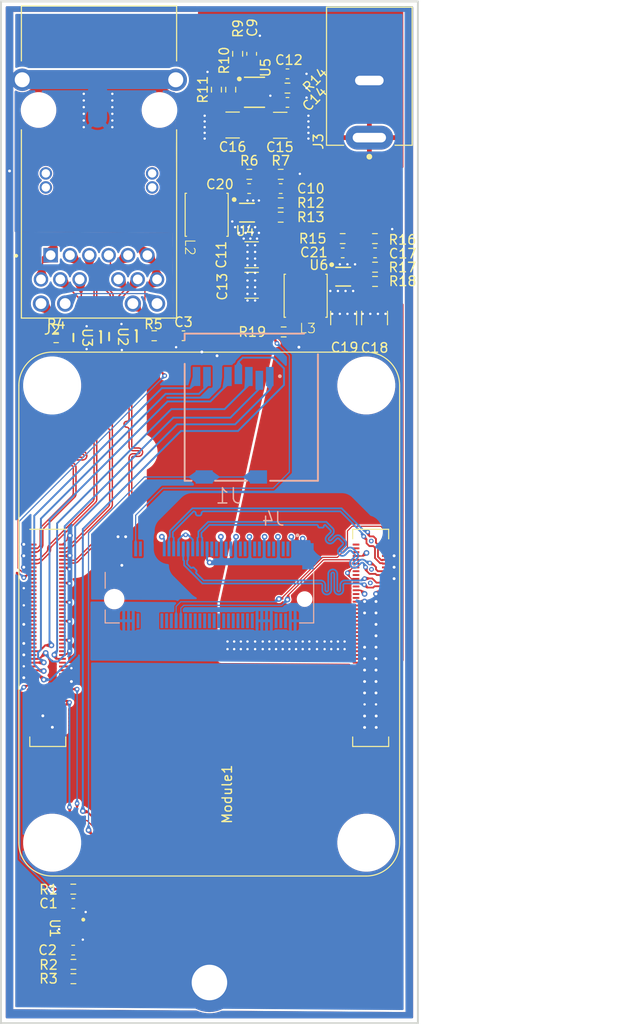
<source format=kicad_pcb>
(kicad_pcb (version 20240108) (generator "pcbnew") (generator_version "8.0")
  (layers (0 "F.Cu" signal) (1 "In1.Cu" signal) (2 "In2.Cu" signal) (31 "B.Cu" signal) (34 "B.Paste" user) (35 "F.Paste" user) (36 "B.SilkS" user "B.Silkscreen") (37 "F.SilkS" user "F.Silkscreen") (38 "B.Mask" user) (39 "F.Mask" user) (44 "Edge.Cuts" user))
  (net 0 "")
  (net 6 "/USB & PCIe/PCIE_TX_P")
  (net 11 "/USB & PCIe/PCIE_TX_N")
  (net 12 "Net-(J2-TRCT1)")
  (net 22 "+12P")
  (net 23 "Net-(U5-ITIMER)")
  (net 35 "Net-(U5-dVdt)")
  (net 36 "+3.3V_PCIE")
  (net 44 "/Ethernet & SD/SD_DAT0")
  (net 45 "+3.3V_SD")
  (net 51 "/Ethernet & SD/SD_CLK")
  (net 58 "Net-(J4-CONFIG_1)")
  (net 73 "/USB & PCIe/PCIE_CLK_N")
  (net 90 "/Ethernet & SD/SD_CMD")
  (net 91 "/Ethernet & SD/SD_DAT3")
  (net 96 "/Ethernet & SD/SD_DAT1")
  (net 99 "/USB & PCIe/PCIE_RX_N")
  (net 112 "Net-(J1-CD1)")
  (net 121 "/Ethernet & SD/SD_DAT2")
  (net 127 "Net-(J2-Pad17)")
  (net 132 "/USB & PCIe/PCIE_nRST")
  (net 141 "Net-(J2-Pad19)")
  (net 143 "/USB & PCIe/PCIE_CLK_P")
  (net 165 "GND")
  (net 167 "/Ethernet & SD/ETH_0N")
  (net 168 "GNDPWR")
  (net 169 "+3.3V")
  (net 170 "/Ethernet & SD/ETH_1N")
  (net 171 "/Ethernet & SD/ETH_0P")
  (net 172 "/Ethernet & SD/ETH_2P")
  (net 173 "/Ethernet & SD/ETH_2N")
  (net 174 "/Ethernet & SD/ETH_3N")
  (net 177 "/Ethernet & SD/ETH_3P")
  (net 178 "/Ethernet & SD/ETH_1P")
  (net 179 "/Ethernet & SD/GLOBAL_EN")
  (net 180 "/Ethernet & SD/nPWR_LED")
  (net 181 "+5V")
  (net 182 "/Ethernet & SD/SD_PWR_ON")
  (net 183 "/Ethernet & SD/ETH_LED_Y")
  (net 184 "/Ethernet & SD/ETH_LED_G")
  (net 185 "+12V")
  (net 187 "/Ethernet & SD/Reserved")
  (net 188 "Net-(U4-EN)")
  (net 189 "Net-(U5-EN_UVLO)")
  (net 190 "Net-(U5-OVLO)")
  (net 191 "Net-(U4-FB)")
  (net 192 "Net-(U5-ILM)")
  (net 193 "Net-(U6-EN)")
  (net 194 "Net-(U6-FB)")
  (net 195 "Net-(U1-CT)")
  (net 196 "/Power/12V_~{FLT}")
  (net 197 "/Power/12V_AUXOFF")
  (net 198 "Net-(U4-SW)")
  (net 199 "Net-(U6-SW)")
  (net 201 "/USB & PCIe/PCIE_RX_P")
  (net 204 "/USB & PCIe/PCIE_CLK_nREQ")
  (footprint "Resistor_SMD:R_0603_1608Metric_Pad0.98x0.95mm_HandSolder" (layer "F.Cu") (at 122.6375 59.2625 90)
    (property "Reference" "R11")
    (property "Value" "38.3k")
  )
  (footprint "TPS564242DRLR:TPS564242DRLR_TEX" (layer "F.Cu") (at 135.9507 78.899874)
    (property "Reference" "U6")
    (property "Value" "TPS564247DRLR")
  )
  (footprint "Resistor_SMD:R_0603_1608Metric_Pad0.98x0.95mm_HandSolder" (layer "F.Cu") (at 135.9 74.9)
    (property "Reference" "R15")
    (property "Value" "100k")
  )
  (footprint "TPS564242DRLR:TPS564242DRLR_TEX" (layer "F.Cu") (at 125.8493 72.175126)
    (property "Reference" "U4")
    (property "Value" "TPS564247DRLR")
  )
  (footprint "0826-1X1T-M1-F:BEL_0826-1X1T-M1-F" (layer "F.Cu") (at 110.3 61.4)
    (property "Reference" "J2")
    (property "Value" "0826-1X1T-M1-F")
  )
  (footprint "Capacitor_SMD:C_0603_1608Metric_Pad1.08x0.95mm_HandSolder" (layer "F.Cu") (at 126.075 69.65)
    (property "Reference" "C20")
    (property "Value" "0.1u")
  )
  (footprint "Capacitor_SMD:C_0603_1608Metric" (layer "F.Cu") (at 119.175 85.1)
    (property "Reference" "C3")
    (property "Value" "0.1u")
  )
  (footprint "cm4node:Raspberry-Pi-4-Compute-Module" (layer "F.Cu") (at 105.38 138.32)
    (property "Reference" "Module1")
    (property "Value" "ComputeModule4-CM4")
  )
  (footprint "TPD4E02B04QDQARQ1:DQA0010A" (layer "F.Cu") (at 109.062499 85.287501 -90)
    (property "Reference" "U3")
    (property "Value" "TPD4E02B04QDQARQ1")
  )
  (footprint "Resistor_SMD:R_0603_1608Metric_Pad0.98x0.95mm_HandSolder" (layer "F.Cu") (at 107.6125 152.6 180)
    (property "Reference" "R3")
    (property "Value" "100k")
  )
  (footprint "Capacitor_SMD:C_1210_3225Metric_Pad1.33x2.70mm_HandSolder" (layer "F.Cu") (at 129.3375 63)
    (property "Reference" "C15")
    (property "Value" "22u")
  )
  (footprint "TPS259470ARPWR:RPW0010A-MFG" (layer "F.Cu") (at 126.637501 59.537499)
    (property "Reference" "U5")
    (property "Value" "TPS259470ARPWR")
  )
  (footprint "Resistor_SMD:R_0603_1608Metric_Pad0.98x0.95mm_HandSolder" (layer "F.Cu") (at 107.6125 151.1 180)
    (property "Reference" "R2")
    (property "Value" "0")
  )
  (footprint "Resistor_SMD:R_0603_1608Metric_Pad0.98x0.95mm_HandSolder" (layer "F.Cu") (at 129.3875 71.15 180)
    (property "Reference" "R12")
    (property "Value" "220k")
  )
  (footprint "Resistor_SMD:R_0603_1608Metric_Pad0.98x0.95mm_HandSolder" (layer "F.Cu") (at 130.1 59.1)
    (property "Reference" "R14")
    (property "Value" "1.54k")
  )
  (footprint "Capacitor_SMD:C_0603_1608Metric_Pad1.08x0.95mm_HandSolder" (layer "F.Cu") (at 130.1 60.6)
    (property "Reference" "C14")
    (property "Value" "2.7n")
  )
  (footprint "Capacitor_SMD:C_0603_1608Metric_Pad1.08x0.95mm_HandSolder" (layer "F.Cu") (at 135.9 76.4)
    (property "Reference" "C21")
    (property "Value" "0.1u")
  )
  (footprint "Capacitor_SMD:C_0603_1608Metric_Pad1.08x0.95mm_HandSolder" (layer "F.Cu") (at 139.3 76.4 180)
    (property "Reference" "C17")
    (property "Value" "56p")
  )
  (footprint "Capacitor_SMD:C_0603_1608Metric_Pad1.08x0.95mm_HandSolder" (layer "F.Cu") (at 129.3875 69.65 180)
    (property "Reference" "C10")
    (property "Value" "33p")
  )
  (footprint "cm4node:cm4lite" (layer "F.Cu") (at 122 114.2 180)
    (property "Reference" "D1" (hide yes))
    (property "Value" "~" (hide yes))
  )
  (footprint "Capacitor_SMD:C_1210_3225Metric_Pad1.33x2.70mm_HandSolder" (layer "F.Cu") (at 136 83.237437 90)
    (property "Reference" "C19")
    (property "Value" "22u")
  )
  (footprint "TPS22995RZFR:WQFN6_RZF_TEX" (layer "F.Cu") (at 107.4 147.124599 -90)
    (property "Reference" "U1")
    (property "Value" "TPS22995RZFR")
  )
  (footprint "Resistor_SMD:R_0603_1608Metric_Pad0.98x0.95mm_HandSolder" (layer "F.Cu") (at 129.7 84.7 180)
    (property "Reference" "R19")
    (property "Value" "10k")
  )
  (footprint "TPD4E02B04QDQARQ1:DQA0010A" (layer "F.Cu") (at 112.812499 85.1875 -90)
    (property "Reference" "U2")
    (property "Value" "TPD4E02B04QDQARQ1")
  )
  (footprint "PJ_037AH:CUI_PJ-037AH" (layer "F.Cu") (at 138.7 64.3 90)
    (property "Reference" "J3")
    (property "Value" "PJ-037AH")
  )
  (footprint "Resistor_SMD:R_0603_1608Metric_Pad0.98x0.95mm_HandSolder" (layer "F.Cu") (at 139.2875 74.9)
    (property "Reference" "R16")
    (property "Value" "17.4k")
  )
  (footprint "Capacitor_SMD:C_0603_1608Metric_Pad1.08x0.95mm_HandSolder" (layer "F.Cu") (at 107.5875 149.6)
    (property "Reference" "C2")
    (property "Value" "DNS")
  )
  (footprint "Fiducial:Fiducial_1mm_Mask2mm" (layer "F.Cu") (at 140.5 154.2)
    (property "Reference" "FID1" (hide yes))
    (property "Value" "Fiducial")
  )
  (footprint "Resistor_SMD:R_0603_1608Metric" (layer "F.Cu") (at 116.1 85.1 180)
    (property "Reference" "R5")
    (property "Value" "1k")
  )
  (footprint "Capacitor_SMD:C_0603_1608Metric_Pad1.08x0.95mm_HandSolder" (layer "F.Cu") (at 130.1 57.6)
    (property "Reference" "C12")
    (property "Value" "2.7n")
  )
  (footprint "Resistor_SMD:R_0603_1608Metric_Pad0.98x0.95mm_HandSolder" (layer "F.Cu") (at 124.1375 59.2625 -90)
    (property "Reference" "R10")
    (property "Value" "34.8k")
  )
  (footprint "Resistor_SMD:R_0603_1608Metric_Pad0.98x0.95mm_HandSolder" (layer "F.Cu") (at 107.6 143.2 180)
    (property "Reference" "R1")
    (property "Value" "12k")
  )
  (footprint "Resistor_SMD:R_0603_1608Metric_Pad0.98x0.95mm_HandSolder" (layer "F.Cu") (at 129.3875 68.15)
    (property "Reference" "R7")
    (property "Value" "17.4k")
  )
  (footprint "Resistor_SMD:R_0603_1608Metric_Pad0.98x0.95mm_HandSolder" (layer "F.Cu") (at 139.3 77.9 180)
    (property "Reference" "R17")
    (property "Value" "135k")
  )
  (footprint "Capacitor_SMD:C_1210_3225Metric_Pad1.33x2.70mm_HandSolder" (layer "F.Cu") (at 139.247563 83.237437 90)
    (property "Reference" "C18")
    (property "Value" "22u")
  )
  (footprint "Fiducial:Fiducial_1mm_Mask2mm" (layer "F.Cu") (at 140.6 52.8)
    (property "Reference" "FID2" (hide yes))
    (property "Value" "Fiducial")
  )
  (footprint "Resistor_SMD:R_0603_1608Metric_Pad0.98x0.95mm_HandSolder" (layer "F.Cu") (at 129.3875 72.65)
    (property "Reference" "R13")
    (property "Value" "30k")
  )
  (footprint "Capacitor_SMD:C_1210_3225Metric_Pad1.33x2.70mm_HandSolder" (layer "F.Cu") (at 124.3375 62.975 180)
    (property "Reference" "C16")
    (property "Value" "22u")
  )
  (footprint "Resistor_SMD:R_0603_1608Metric" (layer "F.Cu") (at 105.8 85.3)
    (property "Reference" "R4")
    (property "Value" "1k")
  )
  (footprint "Capacitor_SMD:C_1210_3225Metric_Pad1.33x2.70mm_HandSolder" (layer "F.Cu") (at 126.3375 76.6)
    (property "Reference" "C11")
    (property "Value" "22u")
  )
  (footprint "Resistor_SMD:R_0603_1608Metric_Pad0.98x0.95mm_HandSolder" (layer "F.Cu") (at 139.3 79.4)
    (property "Reference" "R18")
    (property "Value" "30k")
  )
  (footprint "Capacitor_SMD:C_0603_1608Metric_Pad1.08x0.95mm_HandSolder" (layer "F.Cu") (at 126.3375 55.5 90)
    (property "Reference" "C9")
    (property "Value" "0.1u")
  )
  (footprint "Capacitor_SMD:C_0603_1608Metric_Pad1.08x0.95mm_HandSolder" (layer "F.Cu") (at 107.6 144.7)
    (property "Reference" "C1")
    (property "Value" "0.1u")
  )
  (footprint "TYA4020:L_TYA4020" (layer "F.Cu") (at 132.3 80.9 -90)
    (property "Reference" "L3")
    (property "Value" "1.5u" (hide yes))
  )
  (footprint "Resistor_SMD:R_0603_1608Metric_Pad0.98x0.95mm_HandSolder" (layer "F.Cu") (at 124.865398 55.498678 -90)
    (property "Reference" "R9")
    (property "Value" "470k")
  )
  (footprint "TYA4020:L_TYA4020" (layer "F.Cu") (at 121.9 72.4 -90)
    (property "Reference" "L2")
    (property "Value" "1.5u" (hide yes))
  )
  (footprint "Fiducial:Fiducial_1mm_Mask2mm" (layer "F.Cu") (at 106.1 55.2)
    (property "Reference" "FID3" (hide yes))
    (property "Value" "Fiducial")
  )
  (footprint "Capacitor_SMD:C_1210_3225Metric_Pad1.33x2.70mm_HandSolder" (layer "F.Cu") (at 126.3375 79.8)
    (property "Reference" "C13")
    (property "Value" "22u")
  )
  (footprint "Resistor_SMD:R_0603_1608Metric_Pad0.98x0.95mm_HandSolder" (layer "F.Cu") (at 126.0875 68.15)
    (property "Reference" "R6")
    (property "Value" "100k")
  )
  (footprint "NetTie:NetTie-2_SMD_Pad2.0mm" (layer "B.Cu") (at 110.15 60.25 90)
    (property "Reference" "NT1" (hide yes))
    (property "Value" "NetTie_2" (hide yes))
  )
  (footprint "MEM2061-01-188-00-A_REVA:GCT_MEM2061-01-188-00-A_REVA" (layer "B.Cu") (at 126.3 92.6)
    (property "Reference" "J1")
    (property "Value" "MEM2061-01-188-00-A_REVA")
  )
  (footprint "1_2199230_6:TE_1-2199230-6" (layer "B.Cu") (at 121.9 111 180)
    (property "Reference" "J4")
    (property "Value" "1-2199230-6")
  )
  (gr_circle (center 124.5 70.8) (end 124.7 70.8) (stroke (width 0.1)) (fill solid) (layer "F.SilkS"))
  (gr_circle (center 108.65 146.4) (end 108.856155 146.4) (fill solid) (layer "F.SilkS"))
  (gr_circle (center 134.747563 77.637437) (end 134.947563 77.637437) (stroke (width 0.1)) (fill solid) (layer "F.SilkS"))
  (gr_rect (start 100 50) (end 143.8 157.27) (stroke (width 0.2)) (fill none) (layer "Edge.Cuts"))
  (segment (start 139.451484 111.02) (end 140.38 111.02) (width 0.18767) (layer "F.Cu") (net 6))
  (segment (start 138.2 110.6) (end 138.220835 110.579165) (width 0.18767) (layer "F.Cu") (net 6))
  (segment (start 138.220835 110.579165) (end 139.010649 110.579165) (width 0.18767) (layer "F.Cu") (net 6))
  (segment (start 139.010649 110.579165) (end 139.451484 111.02) (width 0.18767) (layer "F.Cu") (net 6))
  (via (at 138.2 110.6) (size 0.5) (drill 0.25) (layers "F.Cu" "B.Cu") (net 6))
  (segment (start 121.290171 110.792665) (end 122.60703 110.792665) (width 0.18767) (layer "B.Cu") (net 6))
  (segment (start 120.524088 110.026583) (end 120.795562 110.298056) (width 0.18767) (layer "B.Cu") (net 6))
  (segment (start 120.795562 110.298056) (end 121.290171 110.792665) (width 0.18767) (layer "B.Cu") (net 6))
  (segment (start 136.116223 110.792664) (end 136.116223 110.792665) (width 0.18767) (layer "B.Cu") (net 6))
  (segment (start 134.385538 110.107335) (end 134.385538 110.792665) (width 0.18767) (layer "B.Cu") (net 6))
  (segment (start 135.644218 111.26467) (end 135.644218 111.792665) (width 0.18767) (layer "B.Cu") (net 6))
  (segment (start 133.598863 110.792665) (end 133.003235 110.792664) (width 0.18767) (layer "B.Cu") (net 6))
  (segment (start 134.070868 111.792665) (end 134.070868 111.26467) (width 0.18767) (layer "B.Cu") (net 6))
  (segment (start 119.65 107.475) (end 119.65 108.637501) (width 0.18767) (layer "B.Cu") (net 6))
  (segment (start 138.2 110.6) (end 138.1 110.7) (width 0.18767) (layer "B.Cu") (net 6))
  (segment (start 137.907336 110.792664) (end 136.116223 110.792664) (width 0.18767) (layer "B.Cu") (net 6))
  (segment (start 134.385538 110.792665) (end 134.385538 111.792665) (width 0.18767) (layer "B.Cu") (net 6))
  (segment (start 119.557335 109.059829) (end 119.947034 109.449528) (width 0.18767) (layer "B.Cu") (net 6))
  (segment (start 119.65 108.637501) (end 119.557335 108.730166) (width 0.18767) (layer "B.Cu") (net 6))
  (segment (start 138.1 110.7) (end 138 110.7) (width 0.18767) (layer "B.Cu") (net 6))
  (segment (start 119.557335 108.730166) (end 119.557335 109.059829) (width 0.18767) (layer "B.Cu") (net 6))
  (segment (start 135.329548 111.792665) (end 135.329548 111.26467) (width 0.18767) (layer "B.Cu") (net 6))
  (segment (start 122.60703 110.792665) (end 133.003235 110.792664) (width 0.18767) (layer "B.Cu") (net 6))
  (segment (start 135.329548 111.26467) (end 135.329548 110.107335) (width 0.18767) (layer "B.Cu") (net 6))
  (segment (start 120.252614 109.449528) (end 120.524087 109.721001) (width 0.18767) (layer "B.Cu") (net 6))
  (segment (start 138 110.7) (end 137.907336 110.792664) (width 0.18767) (layer "B.Cu") (net 6))
  (arc (start 135.486883 111.95) (mid 135.37563 111.903918) (end 135.329548 111.792665) (width 0.18767) (layer "B.Cu") (net 6))
  (arc (start 134.070868 111.26467) (mid 133.932621 110.930912) (end 133.598863 110.792665) (width 0.18767) (layer "B.Cu") (net 6))
  (arc (start 135.644218 111.792665) (mid 135.598136 111.903918) (end 135.486883 111.95) (width 0.18767) (layer "B.Cu") (net 6))
  (arc (start 134.385538 111.792665) (mid 134.339456 111.903918) (end 134.228203 111.95) (width 0.18767) (layer "B.Cu") (net 6))
  (arc (start 134.857543 109.63533) (mid 134.523785 109.773577) (end 134.385538 110.107335) (width 0.18767) (layer "B.Cu") (net 6))
  (arc (start 135.329548 110.107335) (mid 135.191301 109.773577) (end 134.857543 109.63533) (width 0.18767) (layer "B.Cu") (net 6))
  (arc (start 134.228203 111.95) (mid 134.11695 111.903918) (end 134.070868 111.792665) (width 0.18767) (layer "B.Cu") (net 6))
  (arc (start 120.099824 109.449528) (mid 120.17622 109.417885) (end 120.252614 109.449528) (width 0.18767) (layer "B.Cu") (net 6))
  (arc (start 119.947034 109.449528) (mid 120.02343 109.481173) (end 120.099824 109.449528) (width 0.18767) (layer "B.Cu") (net 6))
  (arc (start 136.116223 110.792665) (mid 135.782465 110.930912) (end 135.644218 111.26467) (width 0.18767) (layer "B.Cu") (net 6))
  (arc (start 120.524088 109.873793) (mid 120.492443 109.950187) (end 120.524088 110.026583) (width 0.18767) (layer "B.Cu") (net 6))
  (arc (start 120.524087 109.721001) (mid 120.555731 109.797397) (end 120.524088 109.873793) (width 0.18767) (layer "B.Cu") (net 6))
  (segment (start 139.854999 111.42) (end 139.836072 111.401073) (width 0.18767) (layer "F.Cu") (net 11))
  (segment (start 138.463975 111.535373) (end 138.170702 111.2421) (width 0.18767) (layer "F.Cu") (net 11))
  (segment (start 139.243796 111.401073) (end 139.109496 111.535373) (width 0.18767) (layer "F.Cu") (net 11))
  (segment (start 140.38 111.42) (end 139.854999 111.42) (width 0.18767) (layer "F.Cu") (net 11))
  (segment (start 139.836072 111.401073) (end 139.243796 111.401073) (width 0.18767) (layer "F.Cu") (net 11))
  (segment (start 139.109496 111.535373) (end 138.463975 111.535373) (width 0.18767) (layer "F.Cu") (net 11))
  (via (at 138.170702 111.2421) (size 0.5) (drill 0.25) (layers "F.Cu" "B.Cu") (net 11))
  (segment (start 133.598863 111.107335) (end 133.003235 111.107336) (width 0.18767) (layer "B.Cu") (net 11))
  (segment (start 135.958888 111.26467) (end 135.958888 111.792665) (width 0.18767) (layer "B.Cu") (net 11))
  (segment (start 134.700208 110.792665) (end 134.700208 111.792665) (width 0.18767) (layer "B.Cu") (net 11))
  (segment (start 121.159829 111.107335) (end 119.242665 109.190171) (width 0.18767) (layer "B.Cu") (net 11))
  (segment (start 133.756198 111.792665) (end 133.756198 111.26467) (width 0.18767) (layer "B.Cu") (net 11))
  (segment (start 119.242665 108.730166) (end 119.15 108.637501) (width 0.18767) (layer "B.Cu") (net 11))
  (segment (start 119.242665 109.190171) (end 119.242665 108.730166) (width 0.18767) (layer "B.Cu") (net 11))
  (segment (start 133.003235 111.107336) (end 121.159829 111.107335) (width 0.18767) (layer "B.Cu") (net 11))
  (segment (start 136.116223 111.107336) (end 136.116223 111.107335) (width 0.18767) (layer "B.Cu") (net 11))
  (segment (start 135.014878 111.792665) (end 135.014878 111.26467) (width 0.18767) (layer "B.Cu") (net 11))
  (segment (start 138.170702 111.2421) (end 138.035938 111.107336) (width 0.18767) (layer "B.Cu") (net 11))
  (segment (start 134.700208 110.107335) (end 134.700208 110.792665) (width 0.18767) (layer "B.Cu") (net 11))
  (segment (start 119.15 108.637501) (end 119.15 107.475) (width 0.18767) (layer "B.Cu") (net 11))
  (segment (start 138.035938 111.107336) (end 136.116223 111.107336) (width 0.18767) (layer "B.Cu") (net 11))
  (segment (start 135.014878 111.26467) (end 135.014878 110.107335) (width 0.18767) (layer "B.Cu") (net 11))
  (arc (start 135.014878 110.107335) (mid 134.968796 109.996082) (end 134.857543 109.95) (width 0.18767) (layer "B.Cu") (net 11))
  (arc (start 136.116223 111.107335) (mid 136.00497 111.153417) (end 135.958888 111.26467) (width 0.18767) (layer "B.Cu") (net 11))
  (arc (start 134.228203 112.26467) (mid 133.894445 112.126423) (end 133.756198 111.792665) (width 0.18767) (layer "B.Cu") (net 11))
  (arc (start 133.756198 111.26467) (mid 133.710116 111.153417) (end 133.598863 111.107335) (width 0.18767) (layer "B.Cu") (net 11))
  (arc (start 135.958888 111.792665) (mid 135.820641 112.126423) (end 135.486883 112.26467) (width 0.18767) (layer "B.Cu") (net 11))
  (arc (start 134.857543 109.95) (mid 134.74629 109.996082) (end 134.700208 110.107335) (width 0.18767) (layer "B.Cu") (net 11))
  (arc (start 134.700208 111.792665) (mid 134.561961 112.126423) (end 134.228203 112.26467) (width 0.18767) (layer "B.Cu") (net 11))
  (arc (start 135.486883 112.26467) (mid 135.153125 112.126423) (end 135.014878 111.792665) (width 0.18767) (layer "B.Cu") (net 11))
  (segment (start 116.2309 79.18) (end 116.2309 77.1309) (width 0.127) (layer "F.Cu") (net 12))
  (segment (start 105.22 76.64) (end 104.56 76.64) (width 0.127) (layer "F.Cu") (net 12))
  (segment (start 115.125 80.2859) (end 116.2309 79.18) (width 0.127) (layer "F.Cu") (net 12))
  (segment (start 116.2309 77.1309) (end 115.74 76.64) (width 0.127) (layer "F.Cu") (net 12))
  (segment (start 116 83.1) (end 115.125 82.225) (width 0.127) (layer "F.Cu") (net 12))
  (segment (start 117.95 83.1) (end 116 83.1) (width 0.127) (layer "F.Cu") (net 12))
  (segment (start 119.95 85.1) (end 117.95 83.1) (width 0.127) (layer "F.Cu") (net 12))
  (segment (start 106 75.1) (end 113.84 75.1) (width 0.127) (layer "F.Cu") (net 12))
  (segment (start 104.56 76.64) (end 104.3691 76.8309) (width 0.127) (layer "F.Cu") (net 12))
  (segment (start 115.74 76.64) (end 115.38 76.64) (width 0.127) (layer "F.Cu") (net 12))
  (segment (start 104.3691 76.8309) (end 104.3691 79.18) (width 0.127) (layer "F.Cu") (net 12))
  (segment (start 113.84 75.1) (end 115.38 76.64) (width 0.127) (layer "F.Cu") (net 12))
  (segment (start 105.22 76.64) (end 105.22 75.88) (width 0.127) (layer "F.Cu") (net 12))
  (segment (start 105.22 75.88) (end 106 75.1) (width 0.127) (layer "F.Cu") (net 12))
  (segment (start 115.125 82.225) (end 115.125 80.2859) (width 0.127) (layer "F.Cu") (net 12))
  (segment (start 126.387501 56.612501) (end 126.3375 56.5625) (width 0.3) (layer "F.Cu") (net 22))
  (segment (start 126.387501 59.537499) (end 126.387501 56.612501) (width 0.3) (layer "F.Cu") (net 22))
  (segment (start 127.387499 58.837498) (end 128.624997 57.6) (width 0.127) (layer "F.Cu") (net 23))
  (segment (start 128.624997 57.6) (end 129.2375 57.6) (width 0.127) (layer "F.Cu") (net 23))
  (segment (start 127.700002 60.6) (end 129.2375 60.6) (width 0.127) (layer "F.Cu") (net 35))
  (segment (start 127.387499 60.287497) (end 127.700002 60.6) (width 0.127) (layer "F.Cu") (net 35))
  (segment (start 140.1625 77.85) (end 140.2125 77.9) (width 0.2) (layer "F.Cu") (net 36))
  (segment (start 133.985 84.6) (end 132.01 82.625) (width 1.5) (layer "F.Cu") (net 36))
  (segment (start 140.1625 76.4) (end 140.1625 77.85) (width 0.2) (layer "F.Cu") (net 36))
  (segment (start 141 78.6875) (end 141 83.0475) (width 0.2) (layer "F.Cu") (net 36))
  (segment (start 141 83.0475) (end 139.247563 84.799937) (width 0.2) (layer "F.Cu") (net 36))
  (segment (start 136 84.799937) (end 136 84.7) (width 1) (layer "F.Cu") (net 36))
  (segment (start 135.9 84.6) (end 133.985 84.6) (width 1.5) (layer "F.Cu") (net 36))
  (segment (start 140.2125 77.9) (end 141 78.6875) (width 0.2) (layer "F.Cu") (net 36))
  (segment (start 136 84.7) (end 135.9 84.6) (width 1) (layer "F.Cu") (net 36))
  (via (at 129.6 118) (size 0.5) (drill 0.25) (layers "F.Cu" "B.Cu") (net 36))
  (via (at 127.5 118) (size 0.5) (drill 0.25) (layers "F.Cu" "B.Cu") (net 36))
  (via (at 125.2 117.2) (size 0.5) (drill 0.25) (layers "F.Cu" "B.Cu") (net 36))
  (via (at 136.1 118) (size 0.5) (drill 0.25) (layers "F.Cu" "B.Cu") (net 36))
  (via (at 131.7 117.2) (size 0.5) (drill 0.25) (layers "F.Cu" "B.Cu") (net 36))
  (via (at 126.7 117.2) (size 0.5) (drill 0.25) (layers "F.Cu" "B.Cu") (net 36))
  (via (at 134 118) (size 0.5) (drill 0.25) (layers "F.Cu" "B.Cu") (net 36))
  (via (at 134.7 118) (size 0.5) (drill 0.25) (layers "F.Cu" "B.Cu") (net 36))
  (via (at 128.2 118) (size 0.5) (drill 0.25) (layers "F.Cu" "B.Cu") (net 36))
  (via (at 135.4 117.2) (size 0.5) (drill 0.25) (layers "F.Cu" "B.Cu") (net 36))
  (via (at 125.9 117.2) (size 0.5) (drill 0.25) (layers "F.Cu" "B.Cu") (net 36))
  (via (at 125.9 118) (size 0.5) (drill 0.25) (layers "F.Cu" "B.Cu") (net 36))
  (via (at 127.5 117.2) (size 0.5) (drill 0.25) (layers "F.Cu" "B.Cu") (net 36))
  (via (at 134.7 117.2) (size 0.5) (drill 0.25) (layers "F.Cu" "B.Cu") (net 36))
  (via (at 124.5 118) (size 0.5) (drill 0.25) (layers "F.Cu" "B.Cu") (net 36))
  (via (at 124.5 117.2) (size 0.5) (drill 0.25) (layers "F.Cu" "B.Cu") (net 36))
  (via (at 123.8 118) (size 0.5) (drill 0.25) (layers "F.Cu" "B.Cu") (net 36))
  (via (at 134 117.2) (size 0.5) (drill 0.25) (layers "F.Cu" "B.Cu") (net 36))
  (via (at 130.3 118) (size 0.5) (drill 0.25) (layers "F.Cu" "B.Cu") (net 36))
  (via (at 126.7 118) (size 0.5) (drill 0.25) (layers "F.Cu" "B.Cu") (net 36))
  (via (at 128.9 117.2) (size 0.5) (drill 0.25) (layers "F.Cu" "B.Cu") (net 36))
  (via (at 123.8 117.2) (size 0.5) (drill 0.25) (layers "F.Cu" "B.Cu") (net 36))
  (via (at 133.2 117.2) (size 0.5) (drill 0.25) (layers "F.Cu" "B.Cu") (net 36))
  (via (at 132.4 117.2) (size 0.5) (drill 0.25) (layers "F.Cu" "B.Cu") (net 36))
  (via (at 128.9 118) (size 0.5) (drill 0.25) (layers "F.Cu" "B.Cu") (net 36))
  (via (at 136.1 117.2) (size 0.5) (drill 0.25) (layers "F.Cu" "B.Cu") (net 36))
  (via (at 131.7 118) (size 0.5) (drill 0.25) (layers "F.Cu" "B.Cu") (net 36))
  (via (at 130.3 117.2) (size 0.5) (drill 0.25) (layers "F.Cu" "B.Cu") (net 36))
  (via (at 125.2 118) (size 0.5) (drill 0.25) (layers "F.Cu" "B.Cu") (net 36))
  (via (at 131 118) (size 0.5) (drill 0.25) (layers "F.Cu" "B.Cu") (net 36))
  (via (at 135.4 118) (size 0.5) (drill 0.25) (layers "F.Cu" "B.Cu") (net 36))
  (via (at 133.2 118) (size 0.5) (drill 0.25) (layers "F.Cu" "B.Cu") (net 36))
  (via (at 129.6 117.2) (size 0.5) (drill 0.25) (layers "F.Cu" "B.Cu") (net 36))
  (via (at 132.4 118) (size 0.5) (drill 0.25) (layers "F.Cu" "B.Cu") (net 36))
  (via (at 131 117.2) (size 0.5) (drill 0.25) (layers "F.Cu" "B.Cu") (net 36))
  (via (at 128.2 117.2) (size 0.5) (drill 0.25) (layers "F.Cu" "B.Cu") (net 36))
  (segment (start 103.38 119.42) (end 104.48 119.42) (width 0.2) (layer "F.Cu") (net 44))
  (segment (start 104.48 119.42) (end 104.5 119.4) (width 0.2) (layer "F.Cu") (net 44))
  (via (at 104.5 119.4) (size 0.6) (drill 0.3) (layers "F.Cu" "B.Cu") (net 44))
  (segment (start 104.448529 119.4) (end 104.5 119.4) (width 0.2) (layer "B.Cu") (net 44))
  (segment (start 104.2 104.3) (end 104.2 118.051471) (width 0.2) (layer "B.Cu") (net 44))
  (segment (start 121.7 89.6) (end 121.7 90.3) (width 0.2) (layer "B.Cu") (net 44))
  (segment (start 121.64 89.375) (end 121.64 89.54) (width 0.2) (layer "B.Cu") (net 44))
  (segment (start 103.9 118.851471) (end 104.448529 119.4) (width 0.2) (layer "B.Cu") (net 44))
  (segment (start 121.64 89.54) (end 121.7 89.6) (width 0.2) (layer "B.Cu") (net 44))
  (segment (start 121.7 90.3) (end 120.8 91.2) (width 0.2) (layer "B.Cu") (net 44))
  (segment (start 120.8 91.2) (end 117.3 91.2) (width 0.2) (layer "B.Cu") (net 44))
  (segment (start 104.2 118.051471) (end 103.9 118.351471) (width 0.2) (layer "B.Cu") (net 44))
  (segment (start 103.9 118.351471) (end 103.9 118.851471) (width 0.2) (layer "B.Cu") (net 44))
  (segment (start 117.3 91.2) (end 104.2 104.3) (width 0.2) (layer "B.Cu") (net 44))
  (segment (start 106.4 148) (end 106.949198 148) (width 0.2032) (layer "F.Cu") (net 45))
  (segment (start 106.949198 148) (end 107.4 147.549198) (width 0.2032) (layer "F.Cu") (net 45))
  (segment (start 107.525 153.6) (end 105.4 153.6) (width 0.2032) (layer "F.Cu") (net 45))
  (segment (start 110.2 136.2) (end 110.2 150.925) (width 0.2032) (layer "F.Cu") (net 45))
  (segment (start 104.6 152.8) (end 104.6 149.8) (width 0.2032) (layer "F.Cu") (net 45))
  (segment (start 109 135) (end 110.2 136.2) (width 0.2032) (layer "F.Cu") (net 45))
  (segment (start 104.6 149.8) (end 106.4 148) (width 0.2032) (layer "F.Cu") (net 45))
  (segment (start 108.6 135) (end 109 135) (width 0.2032) (layer "F.Cu") (net 45))
  (segment (start 105.4 153.6) (end 104.6 152.8) (width 0.2032) (layer "F.Cu") (net 45))
  (segment (start 110.2 150.925) (end 108.525 152.6) (width 0.2032) (layer "F.Cu") (net 45))
  (segment (start 108.525 152.6) (end 107.525 153.6) (width 0.2032) (layer "F.Cu") (net 45))
  (via (at 108.6 135) (size 0.6) (drill 0.3) (layers "F.Cu" "B.Cu") (net 45))
  (segment (start 128.6 87.4) (end 125.4 87.4) (width 0.2032) (layer "B.Cu") (net 45))
  (segment (start 108.6 105.4) (end 118.9 95.1) (width 0.2032) (layer "B.Cu") (net 45))
  (segment (start 129.7335 88.5335) (end 128.6 87.4) (width 0.2032) (layer "B.Cu") (net 45))
  (segment (start 118.9 95.1) (end 124.9 95.1) (width 0.2032) (layer "B.Cu") (net 45))
  (segment (start 125.4 87.4) (end 124.94 87.86) (width 0.2032) (layer "B.Cu") (net 45))
  (segment (start 124.9 95.1) (end 129.7335 90.2665) (width 0.2032) (layer "B.Cu") (net 45))
  (segment (start 129.7335 90.2665) (end 129.7335 88.5335) (width 0.2032) (layer "B.Cu") (net 45))
  (segment (start 108.6 135) (end 108.6 105.4) (width 0.2032) (layer "B.Cu") (net 45))
  (segment (start 124.94 87.86) (end 124.94 89.175) (width 0.2032) (layer "B.Cu") (net 45))
  (segment (start 104.651471 117.6) (end 105.3 117.6) (width 0.2) (layer "F.Cu") (net 51))
  (segment (start 104.031471 118.22) (end 104.651471 117.6) (width 0.2) (layer "F.Cu") (net 51))
  (segment (start 103.38 118.22) (end 104.031471 118.22) (width 0.2) (layer "F.Cu") (net 51))
  (via (at 105.3 117.6) (size 0.6) (drill 0.3) (layers "F.Cu" "B.Cu") (net 51))
  (segment (start 105.1 104.4) (end 105.1 117.4) (width 0.2) (layer "B.Cu") (net 51))
  (segment (start 123.84 89.375) (end 123.84 90.16) (width 0.2) (layer "B.Cu") (net 51))
  (segment (start 117.5 92) (end 105.1 104.4) (width 0.2) (layer "B.Cu") (net 51))
  (segment (start 123.84 90.16) (end 122 92) (width 0.2) (layer "B.Cu") (net 51))
  (segment (start 122 92) (end 117.5 92) (width 0.2) (layer "B.Cu") (net 51))
  (segment (start 105.1 117.4) (end 105.3 117.6) (width 0.2) (layer "B.Cu") (net 51))
  (segment (start 128.7875 85.6875) (end 129 85.9) (width 0.127) (layer "F.Cu") (net 58))
  (segment (start 128.7875 84.7) (end 128.7875 85.6875) (width 0.127) (layer "F.Cu") (net 58))
  (via (at 129 85.9) (size 0.5) (drill 0.25) (layers "F.Cu" "B.Cu") (net 58))
  (segment (start 129 85.9) (end 130.3 87.2) (width 0.127) (layer "B.Cu") (net 58))
  (segment (start 117 101.1) (end 114.15 103.95) (width 0.127) (layer "B.Cu") (net 58))
  (segment (start 114.15 103.95) (end 114.15 107.475) (width 0.127) (layer "B.Cu") (net 58))
  (segment (start 130.3 87.2) (end 130.3 99.4) (width 0.127) (layer "B.Cu") (net 58))
  (segment (start 128.6 101.1) (end 117 101.1) (width 0.127) (layer "B.Cu") (net 58))
  (segment (start 130.3 99.4) (end 128.6 101.1) (width 0.127) (layer "B.Cu") (net 58))
  (segment (start 140.087335 108.977335) (end 140.13 109.02) (width 0.18767) (layer "F.Cu") (net 73))
  (segment (start 139.292665 108.438343) (end 139.831657 108.977335) (width 0.18767) (layer "F.Cu") (net 73))
  (segment (start 138.4 106.465938) (end 138.4 106.879554) (width 0.18767) (layer "F.Cu") (net 73))
  (segment (start 139.123175 107.18051) (end 139.292665 107.35) (width 0.18767) (layer "F.Cu") (net 73))
  (segment (start 139.831657 108.977335) (end 140.087335 108.977335) (width 0.18767) (layer "F.Cu") (net 73))
  (segment (start 139.292665 107.35) (end 139.292665 108.438343) (width 0.18767) (layer "F.Cu") (net 73))
  (segment (start 138.107114 106.173052) (end 138.4 106.465938) (width 0.18767) (layer "F.Cu") (net 73))
  (segment (start 138.700956 107.18051) (end 139.123175 107.18051) (width 0.18767) (layer "F.Cu") (net 73))
  (segment (start 138.4 106.879554) (end 138.700956 107.18051) (width 0.18767) (layer "F.Cu") (net 73))
  (segment (start 140.13 109.02) (end 140.38 109.02) (width 0.18767) (layer "F.Cu") (net 73))
  (via (at 138.107114 106.173052) (size 0.5) (drill 0.25) (layers "F.Cu" "B.Cu") (net 73))
  (segment (start 121.440171 103.532335) (end 121.902202 103.532335) (width 0.18767) (layer "B.Cu") (net 73))
  (segment (start 118.15 107.475) (end 118.15 106.312499) (width 0.18767) (layer "B.Cu") (net 73))
  (segment (start 118.057335 105.715171) (end 119.795002 103.977504) (width 0.18767) (layer "B.Cu") (net 73))
  (segment (start 119.795002 103.977504) (end 120.240171 103.532335) (width 0.18767) (layer "B.Cu") (net 73))
  (segment (start 120.690517 103.982681) (end 120.840171 103.982681) (width 0.18767) (layer "B.Cu") (net 73))
  (segment (start 137.9 105.775353) (end 135.656982 103.532335) (width 0.18767) (layer "B.Cu") (net 73))
  (segment (start 138.107114 106.173052) (end 137.9 105.965938) (width 0.18767) (layer "B.Cu") (net 73))
  (segment (start 118.15 106.312499) (end 118.057335 106.219834) (width 0.18767) (layer "B.Cu") (net 73))
  (segment (start 137.9 105.965938) (end 137.9 105.775353) (width 0.18767) (layer "B.Cu") (net 73))
  (segment (start 121.290517 103.532335) (end 121.440171 103.532335) (width 0.18767) (layer "B.Cu") (net 73))
  (segment (start 135.656982 103.532335) (end 121.902202 103.532335) (width 0.18767) (layer "B.Cu") (net 73))
  (segment (start 118.057335 106.219834) (end 118.057335 105.715171) (width 0.18767) (layer "B.Cu") (net 73))
  (arc (start 120.840171 103.982681) (mid 120.999392 103.916729) (end 121.065344 103.757508) (width 0.18767) (layer "B.Cu") (net 73))
  (arc (start 120.465344 103.757508) (mid 120.531296 103.916729) (end 120.690517 103.982681) (width 0.18767) (layer "B.Cu") (net 73))
  (arc (start 121.065344 103.757508) (mid 121.131296 103.598287) (end 121.290517 103.532335) (width 0.18767) (layer "B.Cu") (net 73))
  (arc (start 120.240171 103.532335) (mid 120.399392 103.598287) (end 120.465344 103.757508) (width 0.18767) (layer "B.Cu") (net 73))
  (segment (start 105.81 119.02) (end 106.46 119.02) (width 0.2) (layer "F.Cu") (net 90))
  (segment (start 105.609998 118.819998) (end 105.81 119.02) (width 0.2) (layer "F.Cu") (net 90))
  (segment (start 105.609998 118.601982) (end 105.609998 118.819998) (width 0.2) (layer "F.Cu") (net 90))
  (via (at 105.609998 118.601982) (size 0.6) (drill 0.3) (layers "F.Cu" "B.Cu") (net 90))
  (segment (start 105.9 118.2) (end 105.609998 118.490002) (width 0.2) (layer "B.Cu") (net 90))
  (segment (start 123.5 92.8) (end 117.9 92.8) (width 0.2) (layer "B.Cu") (net 90))
  (segment (start 126.04 89.375) (end 126.04 90.26) (width 0.2) (layer "B.Cu") (net 90))
  (segment (start 105.609998 118.490002) (end 105.609998 118.601982) (width 0.2) (layer "B.Cu") (net 90))
  (segment (start 126.04 90.26) (end 123.5 92.8) (width 0.2) (layer "B.Cu") (net 90))
  (segment (start 105.9 104.8) (end 105.9 118.2) (width 0.2) (layer "B.Cu") (net 90))
  (segment (start 117.9 92.8) (end 105.9 104.8) (width 0.2) (layer "B.Cu") (net 90))
  (segment (start 104.031471 119.02) (end 103.38 119.02) (width 0.2) (layer "F.Cu") (net 91))
  (segment (start 104.7 118.4) (end 104.451471 118.6) (width 0.2) (layer "F.Cu") (net 91))
  (segment (start 104.451471 118.6) (end 104.031471 119.02) (width 0.2) (layer "F.Cu") (net 91))
  (via (at 104.7 118.4) (size 0.6) (drill 0.3) (layers "F.Cu" "B.Cu") (net 91))
  (segment (start 106.7 118.6) (end 106.7 105.1) (width 0.2) (layer "B.Cu") (net 91))
  (segment (start 105.4 119.3) (end 106 119.3) (width 0.2) (layer "B.Cu") (net 91))
  (segment (start 124.1 93.7) (end 127.14 90.66) (width 0.2) (layer "B.Cu") (net 91))
  (segment (start 106.7 105.1) (end 118.1 93.7) (width 0.2) (layer "B.Cu") (net 91))
  (segment (start 106 119.3) (end 106.7 118.6) (width 0.2) (layer "B.Cu") (net 91))
  (segment (start 104.7 118.6) (end 105.4 119.3) (width 0.2) (layer "B.Cu") (net 91))
  (segment (start 118.1 93.7) (end 124.1 93.7) (width 0.2) (layer "B.Cu") (net 91))
  (segment (start 104.7 118.4) (end 104.7 118.6) (width 0.2) (layer "B.Cu") (net 91))
  (segment (start 127.14 90.66) (end 127.14 89.775) (width 0.2) (layer "B.Cu") (net 91))
  (segment (start 104.42 120.22) (end 104.5 120.3) (width 0.2) (layer "F.Cu") (net 96))
  (segment (start 103.38 120.22) (end 104.42 120.22) (width 0.2) (layer "F.Cu") (net 96))
  (via (at 104.5 120.3) (size 0.6) (drill 0.3) (layers "F.Cu" "B.Cu") (net 96))
  (segment (start 103.5 119.6) (end 104.2 120.3) (width 0.2) (layer "B.Cu") (net 96))
  (segment (start 103.5 104) (end 103.5 119.6) (width 0.2) (layer "B.Cu") (net 96))
  (segment (start 104.2 120.3) (end 104.5 120.3) (width 0.2) (layer "B.Cu") (net 96))
  (segment (start 120.54 89.96) (end 119.9 90.6) (width 0.2) (layer "B.Cu") (net 96))
  (segment (start 116.9 90.6) (end 103.5 104) (width 0.2) (layer "B.Cu") (net 96))
  (segment (start 120.54 89.375) (end 120.54 89.96) (width 0.2) (layer "B.Cu") (net 96))
  (segment (start 119.9 90.6) (end 116.9 90.6) (width 0.2) (layer "B.Cu") (net 96))
  (segment (start 120.54 89.375) (end 120.54 90.16) (width 0.2) (layer "B.Cu") (net 96))
  (segment (start 120.54 90.16) (end 120.5 90.2) (width 0.2) (layer "B.Cu") (net 96))
  (segment (start 138.3 109.680008) (end 138.719992 110.1) (width 0.18767) (layer "F.Cu") (net 99))
  (segment (start 139.348824 110.1) (end 139.468824 110.22) (width 0.18767) (layer "F.Cu") (net 99))
  (segment (start 138.719992 110.1) (end 139.348824 110.1) (width 0.18767) (layer "F.Cu") (net 99))
  (segment (start 138.3 109.4) (end 138.3 109.680008) (width 0.18767) (layer "F.Cu") (net 99))
  (segment (start 139.468824 110.22) (end 140.38 110.22) (width 0.18767) (layer "F.Cu") (net 99))
  (via (at 138.3 109.4) (size 0.5) (drill 0.25) (layers "F.Cu" "B.Cu") (net 99))
  (segment (start 136.796501 108.663208) (end 137.16985 108.28986) (width 0.18767) (layer "B.Cu") (net 99))
  (segment (start 138.059872 108.957378) (end 138.059871 108.957376) (width 0.18767) (layer "B.Cu") (net 99))
  (segment (start 134.61485 105.512354) (end 134.61485 105.512355) (width 0.18767) (layer "B.Cu") (net 99))
  (segment (start 134.183321 105.080827) (end 134.059829 104.957335) (width 0.18767) (layer "B.Cu") (net 99))
  (segment (start 131.123695 104.957335) (end 121.890171 104.957335) (width 0.18767) (layer "B.Cu") (net 99))
  (segment (start 136.797056 107.694562) (end 136.797055 107.69456) (width 0.18767) (layer "B.Cu") (net 99))
  (segment (start 121.057335 105.790171) (end 121.057335 106.219834) (width 0.18767) (layer "B.Cu") (net 99))
  (segment (start 136.885159 107.782665) (end 136.797056 107.694562) (width 0.18767) (layer "B.Cu") (net 99))
  (segment (start 133.776551 105.240613) (end 133.459829 105.240613) (width 0.18767) (layer "B.Cu") (net 99))
  (segment (start 135.907034 106.804538) (end 135.907034 106.804539) (width 0.18767) (layer "B.Cu") (net 99))
  (segment (start 135.907034 106.804539) (end 135.578292 106.475798) (width 0.18767) (layer "B.Cu") (net 99))
  (segment (start 136.574551 107.694561) (end 136.201201 108.067908) (width 0.18767) (layer "B.Cu") (net 99))
  (segment (start 121.057335 106.219834) (end 121.15 106.312499) (width 0.18767) (layer "B.Cu") (net 99))
  (segment (start 134.61485 105.512355) (end 134.476999 105.374505) (width 0.18767) (layer "B.Cu") (net 99))
  (segment (start 121.15 106.312499) (end 121.15 107.475) (width 0.18767) (layer "B.Cu") (net 99))
  (segment (start 138.3 109.4) (end 138.3 109.197506) (width 0.18767) (layer "B.Cu") (net 99))
  (segment (start 135.282367 106.402377) (end 134.909017 106.775724) (width 0.18767) (layer "B.Cu") (net 99))
  (segment (start 138.3 109.197506) (end 138.059872 108.957378) (width 0.18767) (layer "B.Cu") (net 99))
  (segment (start 134.476999 105.374505) (end 134.183321 105.080827) (width 0.18767) (layer "B.Cu") (net 99))
  (segment (start 121.890171 104.957335) (end 121.057335 105.790171) (width 0.18767) (layer "B.Cu") (net 99))
  (segment (start 135.504872 106.402378) (end 135.504871 106.402376) (width 0.18767) (layer "B.Cu") (net 99))
  (segment (start 137.16985 108.067354) (end 137.16985 108.067355) (width 0.18767) (layer "B.Cu") (net 99))
  (segment (start 132.859829 104.957335) (end 131.123695 104.957335) (width 0.18767) (layer "B.Cu") (net 99))
  (segment (start 135.533685 107.400392) (end 135.907034 107.027044) (width 0.18767) (layer "B.Cu") (net 99))
  (segment (start 134.241501 106.108208) (end 134.61485 105.73486) (width 0.18767) (layer "B.Cu") (net 99))
  (segment (start 135.578292 106.475798) (end 135.504872 106.402378) (width 0.18767) (layer "B.Cu") (net 99))
  (segment (start 133.176551 104.957335) (end 132.859829 104.957335) (width 0.18767) (layer "B.Cu") (net 99))
  (segment (start 137.16985 108.067355) (end 136.885159 107.782665) (width 0.18767) (layer "B.Cu") (net 99))
  (segment (start 137.837367 108.957377) (end 137.464017 109.330724) (width 0.18767) (layer "B.Cu") (net 99))
  (arc (start 135.504871 106.402376) (mid 135.39362 106.356294) (end 135.282367 106.402377) (width 0.18767) (layer "B.Cu") (net 99))
  (arc (start 133.459829 105.240613) (mid 133.359675 105.199128) (end 133.31819 105.098974) (width 0.18767) (layer "B.Cu") (net 99))
  (arc (start 136.796501 109.330724) (mid 136.658255 108.996967) (end 136.796501 108.663208) (width 0.18767) (layer "B.Cu") (net 99))
  (arc (start 133.31819 105.098974) (mid 133.276705 104.99882) (end 133.176551 104.957335) (width 0.18767) (layer "B.Cu") (net 99))
  (arc (start 138.059871 108.957376) (mid 137.94862 108.911294) (end 137.837367 108.957377) (width 0.18767) (layer "B.Cu") (net 99))
  (arc (start 136.201201 108.067908) (mid 135.867444 108.206156) (end 135.533685 108.067908) (width 0.18767) (layer "B.Cu") (net 99))
  (arc (start 134.059829 104.957335) (mid 133.959675 104.99882) (end 133.91819 105.098974) (width 0.18767) (layer "B.Cu") (net 99))
  (arc (start 134.241501 106.775724) (mid 134.103255 106.441967) (end 134.241501 106.108208) (width 0.18767) (layer "B.Cu") (net 99))
  (arc (start 134.61485 105.73486) (mid 134.660933 105.623607) (end 134.61485 105.512354) (width 0.18767) (layer "B.Cu") (net 99))
  (arc (start 133.91819 105.098974) (mid 133.876705 105.199128) (end 133.776551 105.240613) (width 0.18767) (layer "B.Cu") (net 99))
  (arc (start 134.909017 106.775724) (mid 134.57526 106.913972) (end 134.241501 106.775724) (width 0.18767) (layer "B.Cu") (net 99))
  (arc (start 135.907034 107.027044) (mid 135.953117 106.915791) (end 135.907034 106.804538) (width 0.18767) (layer "B.Cu") (net 99))
  (arc (start 136.797055 107.69456) (mid 136.685804 107.648478) (end 136.574551 107.694561) (width 0.18767) (layer "B.Cu") (net 99))
  (arc (start 137.16985 108.28986) (mid 137.215933 108.178607) (end 137.16985 108.067354) (width 0.18767) (layer "B.Cu") (net 99))
  (arc (start 137.464017 109.330724) (mid 137.13026 109.468972) (end 136.796501 109.330724) (width 0.18767) (layer "B.Cu") (net 99))
  (arc (start 135.533685 108.067908) (mid 135.395439 107.734151) (end 135.533685 107.400392) (width 0.18767) (layer "B.Cu") (net 99))
  (segment (start 109.2 137) (end 109.5095 137.3095) (width 0.127) (layer "F.Cu") (net 112))
  (segment (start 109.5095 149.8905) (end 109.4 150) (width 0.127) (layer "F.Cu") (net 112))
  (segment (start 107.4036 150.3964) (end 106.7 151.1) (width 0.127) (layer "F.Cu") (net 112))
  (segment (start 106.7 152.6) (end 106.7 151.1) (width 0.127) (layer "F.Cu") (net 112))
  (segment (start 109.4 150) (end 109.0036 150.3964) (width 0.127) (layer "F.Cu") (net 112))
  (segment (start 109.0036 150.3964) (end 107.4036 150.3964) (width 0.127) (layer "F.Cu") (net 112))
  (segment (start 109.5095 137.3095) (end 109.5095 149.8905) (width 0.127) (layer "F.Cu") (net 112))
  (via (at 109.2 137) (size 0.6) (drill 0.3) (layers "F.Cu" "B.Cu") (net 112))
  (segment (start 109.2 105.8) (end 115.075 99.925) (width 0.127) (layer "B.Cu") (net 112))
  (segment (start 109.2 137) (end 109.2 105.8) (width 0.127) (layer "B.Cu") (net 112))
  (segment (start 127.05 99.925) (end 121.35 99.925) (width 0.127) (layer "B.Cu") (net 112))
  (segment (start 115.075 99.925) (end 121.35 99.925) (width 0.127) (layer "B.Cu") (net 112))
  (segment (start 103.38 120.62) (end 103.92 120.62) (width 0.2) (layer "F.Cu") (net 121))
  (segment (start 103.92 120.62) (end 104.5 121.2) (width 0.2) (layer "F.Cu") (net 121))
  (via (at 104.5 121.2) (size 0.6) (drill 0.3) (layers "F.Cu" "B.Cu") (net 121))
  (segment (start 128.24 90.76) (end 124.6 94.4) (width 0.2) (layer "B.Cu") (net 121))
  (segment (start 107.8 105.1) (end 107.8 118.6) (width 0.2) (layer "B.Cu") (net 121))
  (segment (start 118.5 94.4) (end 107.8 105.1) (width 0.2) (layer "B.Cu") (net 121))
  (segment (start 128.24 89.375) (end 128.24 90.76) (width 0.2) (layer "B.Cu") (net 121))
  (segment (start 124.6 94.4) (end 118.5 94.4) (width 0.2) (layer "B.Cu") (net 121))
  (segment (start 107.8 118.6) (end 105.2 121.2) (width 0.2) (layer "B.Cu") (net 121))
  (segment (start 105.2 121.2) (end 104.5 121.2) (width 0.2) (layer "B.Cu") (net 121))
  (segment (start 104.204 81.72) (end 106.625 84.141) (width 0.127) (layer "F.Cu") (net 127))
  (segment (start 106.625 84.141) (end 106.625 85.3) (width 0.127) (layer "F.Cu") (net 127))
  (segment (start 133.88 108.62) (end 137.3 108.62) (width 0.127) (layer "F.Cu") (net 132))
  (segment (start 130.1 112.8) (end 130.1 112.4) (width 0.127) (layer "F.Cu") (net 132))
  (segment (start 130.1 112.4) (end 133.88 108.62) (width 0.127) (layer "F.Cu") (net 132))
  (via (at 130.1 112.8) (size 0.6) (drill 0.3) (layers "F.Cu" "B.Cu") (net 132))
  (segment (start 129.5 113.4) (end 119.2 113.4) (width 0.127) (layer "B.Cu") (net 132))
  (segment (start 119.2 113.4) (end 118.9 113.7) (width 0.127) (layer "B.Cu") (net 132))
  (segment (start 118.9 113.7) (end 118.9 115.025) (width 0.127) (layer "B.Cu") (net 132))
  (segment (start 130.1 112.8) (end 129.5 113.4) (width 0.127) (layer "B.Cu") (net 132))
  (segment (start 115.275 85.1) (end 115.275 83.139) (width 0.127) (layer "F.Cu") (net 141))
  (segment (start 115.275 83.139) (end 113.856 81.72) (width 0.127) (layer "F.Cu") (net 141))
  (segment (start 138.523631 105.943706) (end 138.745722 106.165797) (width 0.18767) (layer "F.Cu") (net 143))
  (segment (start 139.607335 107.037676) (end 139.607335 108.308001) (width 0.18767) (layer "F.Cu") (net 143))
  (segment (start 139.607335 108.308001) (end 139.961999 108.662665) (width 0.18767) (layer "F.Cu") (net 143))
  (segment (start 139.1337 106.165797) (end 139.394839 106.426936) (width 0.18767) (layer "F.Cu") (net 143))
  (segment (start 139.394839 106.82518) (end 139.607335 107.037676) (width 0.18767) (layer "F.Cu") (net 143))
  (segment (start 139.394839 106.426936) (end 139.394839 106.82518) (width 0.18767) (layer "F.Cu") (net 143))
  (segment (start 140.087335 108.662665) (end 140.13 108.62) (width 0.18767) (layer "F.Cu") (net 143))
  (segment (start 139.961999 108.662665) (end 140.087335 108.662665) (width 0.18767) (layer "F.Cu") (net 143))
  (segment (start 138.523631 105.7) (end 138.523631 105.943706) (width 0.18767) (layer "F.Cu") (net 143))
  (segment (start 140.13 108.62) (end 140.38 108.62) (width 0.18767) (layer "F.Cu") (net 143))
  (segment (start 138.745722 106.165797) (end 139.1337 106.165797) (width 0.18767) (layer "F.Cu") (net 143))
  (via (at 138.523631 105.7) (size 0.5) (drill 0.25) (layers "F.Cu" "B.Cu") (net 143))
  (segment (start 117.65 106.312499) (end 117.65 107.475) (width 0.18767) (layer "B.Cu") (net 143))
  (segment (start 138.169659 105.6) (end 135.787324 103.217665) (width 0.18767) (layer "B.Cu") (net 143))
  (segment (start 138.523631 105.7) (end 138.423631 105.6) (width 0.18767) (layer "B.Cu") (net 143))
  (segment (start 120.109829 103.217665) (end 117.742665 105.584829) (width 0.18767) (layer "B.Cu") (net 143))
  (segment (start 117.742665 105.584829) (end 117.742665 106.219834) (width 0.18767) (layer "B.Cu") (net 143))
  (segment (start 138.423631 105.6) (end 138.169659 105.6) (width 0.18767) (layer "B.Cu") (net 143))
  (segment (start 117.742665 106.219834) (end 117.65 106.312499) (width 0.18767) (layer "B.Cu") (net 143))
  (segment (start 135.787324 103.217665) (end 120.109829 103.217665) (width 0.18767) (layer "B.Cu") (net 143))
  (segment (start 106.46 115.02) (end 107.12 115.02) (width 0.127) (layer "F.Cu") (net 165))
  (segment (start 118.4 85.1) (end 118.4 86.3) (width 0.2032) (layer "F.Cu") (net 165))
  (segment (start 104.38 125.02) (end 104.4 125) (width 0.127) (layer "F.Cu") (net 165))
  (segment (start 140.2125 80.71) (end 139.247563 81.674937) (width 0.2) (layer "F.Cu") (net 165))
  (segment (start 107.12 113.02) (end 107.2 113.1) (width 0.127) (layer "F.Cu") (net 165))
  (segment (start 138.18 117.82) (end 138.2 117.8) (width 0.127) (layer "F.Cu") (net 165))
  (segment (start 137.82 111.82) (end 138.2 112.2) (width 0.127) (layer "F.Cu") (net 165))
  (segment (start 139.42 117.82) (end 139.4 117.8) (width 0.127) (layer "F.Cu") (net 165))
  (segment (start 102.42 113.42) (end 102.4 113.4) (width 0.127) (layer "F.Cu") (net 165))
  (segment (start 102.42 109.42) (end 102.4 109.4) (width 0.127) (layer "F.Cu") (net 165))
  (segment (start 139.42 120.22) (end 139.4 120.2) (width 0.127) (layer "F.Cu") (net 165))
  (segment (start 138.08 108.22) (end 138.4 107.9) (width 0.127) (layer "F.Cu") (net 165))
  (segment (start 139.42 115.42) (end 139.4 115.4) (width 0.127) (layer "F.Cu") (net 165))
  (segment (start 131.0125 59.1) (end 132.1 59.1) (width 0.127) (layer "F.Cu") (net 165))
  (segment (start 140.38 108.22) (end 141.28 108.22) (width 0.127) (layer "F.Cu") (net 165))
  (segment (start 139.42 122.62) (end 139.4 122.6) (width 0.127) (layer "F.Cu") (net 165))
  (segment (start 136.4 110.197) (end 136.4 110) (width 0.127) (layer "F.Cu") (net 165))
  (segment (start 103.38 115.42) (end 102.42 115.42) (width 0.127) (layer "F.Cu") (net 165))
  (segment (start 106.46 113.02) (end 107.12 113.02) (width 0.127) (layer "F.Cu") (net 165))
  (segment (start 103.38 108.22) (end 102.42 108.22) (width 0.127) (layer "F.Cu") (net 165))
  (segment (start 106.46 117.02) (end 107.097 117.02) (width 0.127) (layer "F.Cu") (net 165))
  (segment (start 140.38 114.22) (end 139.42 114.22) (width 0.127) (layer "F.Cu") (net 165))
  (segment (start 108.45 148.65) (end 108.6 148.5) (width 0.127) (layer "F.Cu") (net 165))
  (segment (start 140.2 74.8) (end 141.1 73.9) (width 0.2032) (layer "F.Cu") (net 165))
  (segment (start 107.183235 108.22) (end 107.229992 108.173243) (width 0.127) (layer "F.Cu") (net 165))
  (segment (start 109.0625 84.1625) (end 109 84.1) (width 0.2032) (layer "F.Cu") (net 165))
  (segment (start 138.18 119.02) (end 138.2 119) (width 0.127) (layer "F.Cu") (net 165))
  (segment (start 140.38 110.62) (end 141.28 110.62) (width 0.127) (layer "F.Cu") (net 165))
  (segment (start 140.38 113.02) (end 139.42 113.02) (width 0.127) (layer "F.Cu") (net 165))
  (segment (start 107.12 115.02) (end 107.2 115.1) (width 0.127) (layer "F.Cu") (net 165))
  (segment (start 102.42 117.42) (end 102.4 117.4) (width 0.127) (layer "F.Cu") (net 165))
  (segment (start 103.38 118.62) (end 102.42 118.62) (width 0.127) (layer "F.Cu") (net 165))
  (segment (start 106.46 111.02) (end 107.12 111.02) (width 0.127) (layer "F.Cu") (net 165))
  (segment (start 140.38 121.42) (end 139.42 121.42) (width 0.127) (layer "F.Cu") (net 165))
  (segment (start 137.3 110.62) (end 136.823 110.62) (width 0.127) (layer "F.Cu") (net 165))
  (segment (start 106.46 126.22) (end 105.42 126.22) (width 0.127) (layer "F.Cu") (net 165))
  (segment (start 112.8125 86.4875) (end 112.7 86.6) (width 0.2032) (layer "F.Cu") (net 165))
  (segment (start 140.38 119.02) (end 139.42 119.02) (width 0.127) (layer "F.Cu") (net 165))
  (segment (start 122.6375 58.35) (end 122.6375 58.3375) (width 0.127) (layer "F.Cu") (net 165))
  (segment (start 137.3 121.42) (end 138.18 121.42) (width 0.127) (layer "F.Cu") (net 165))
  (segment (start 106.46 108.22) (end 107.183235 108.22) (width 0.127) (layer "F.Cu") (net 165))
  (segment (start 102.42 118.62) (end 102.4 118.6) (width 0.127) (layer "F.Cu") (net 165))
  (segment (start 139.42 126.22) (end 140.38 126.22) (width 0.127) (layer "F.Cu") (net 165))
  (segment (start 137.3 109.42) (end 136.98 109.42) (width 0.127) (layer "F.Cu") (net 165))
  (segment (start 138.2 122.6) (end 138 122.6) (width 0.127) (layer "F.Cu") (net 165))
  (segment (start 106.78 118.62) (end 107.2 118.2) (width 0.127) (layer "F.Cu") (net 165))
  (segment (start 138.2 125.02) (end 137.3 125.02) (width 0.127) (layer "F.Cu") (net 165))
  (segment (start 140.2 74.9) (end 140.2 74.8) (width 0.2032) (layer "F.Cu") (net 165))
  (segment (start 103.38 111.42) (end 102.58 111.42) (width 0.127) (layer "F.Cu") (net 165))
  (segment (start 137.3 113.02) (end 138.18 113.02) (width 0.127) (layer "F.Cu") (net 165))
  (segment (start 109.0625 85.287502) (end 109.0625 84.1625) (width 0.2032) (layer "F.Cu") (net 165))
  (segment (start 138.18 113.02) (end 138.2 113) (width 0.127) (layer "F.Cu") (net 165))
  (segment (start 103.38 109.42) (end 102.42 109.42) (width 0.127) (layer "F.Cu") (net 165))
  (segment (start 140.38 122.62) (end 139.42 122.62) (width 0.127) (layer "F.Cu") (net 165))
  (segment (start 107.12 111.02) (end 107.2 111.1) (width 0.127) (layer "F.Cu") (net 165))
  (segment (start 122.6375 58.3375) (end 121.7 57.4) (width 0.127) (layer "F.Cu") (net 165))
  (segment (start 140.2125 79.4) (end 140.2125 80.71) (width 0.2) (layer "F.Cu") (net 165))
  (segment (start 103.38 113.42) (end 102.42 113.42) (width 0.127) (layer "F.Cu") (net 165))
  (segment (start 139.42 123.82) (end 139.4 123.8) (width 0.2032) (layer "F.Cu") (net 165))
  (segment (start 131.6 60.6) (end 132.1 60.1) (width 0.2032) (layer "F.Cu") (net 165))
  (segment (start 126.3375 54.4625) (end 127.2 53.6) (width 0.127) (layer "F.Cu") (net 165))
  (segment (start 103.38 121.02) (end 102.42 121.02) (width 0.127) (layer "F.Cu") (net 165))
  (segment (start 138 122.6) (end 137.98 122.62) (width 0.127) (layer "F.Cu") (net 165))
  (segment (start 112.8125 84.2125) (end 112.8125 85.187501) (width 0.2032) (layer "F.Cu") (net 165))
  (segment (start 102.42 121.02) (end 102.4 121) (width 0.127) (layer "F.Cu") (net 165))
  (segment (start 126.95 69.65) (end 127.1 69.8) (width 0.2032) (layer "F.Cu") (net 165))
  (segment (start 140.38 117.82) (end 139.42 117.82) (width 0.127) (layer "F.Cu") (net 165))
  (segment (start 126.3375 54.6375) (end 126.3375 54.4625) (width 0.127) (layer "F.Cu") (net 165))
  (segment (start 126.9375 69.65) (end 126.95 69.65) (width 0.2032) (layer "F.Cu") (net 165))
  (segment (start 102.58 111.42) (end 102.4 111.6) (width 0.127) (layer "F.Cu") (net 165))
  (segment (start 102.42 115.42) (end 102.4 115.4) (width 0.127) (layer "F.Cu") (net 165))
  (segment (start 106.9047 147.324599) (end 106.175401 147.324599) (width 0.2032) (layer "F.Cu") (net 165))
  (segment (start 107.225 106.255) (end 107.225 106.175) (width 0.127) (layer "F.Cu") (net 165))
  (segment (start 136.823 110.62) (end 136.4 110.197) (width 0.127) (layer "F.Cu") (net 165))
  (segment (start 103.38 125.02) (end 104.38 125.02) (width 0.127) (layer "F.Cu") (net 165))
  (segment (start 141.28 108.22) (end 141.3 108.2) (width 0.127) (layer "F.Cu") (net 165))
  (segment (start 140.38 123.82) (end 139.42 123.82) (width 0.2032) (layer "F.Cu") (net 165))
  (segment (start 136.98 109.42) (end 136.4 110) (width 0.127) (layer "F.Cu") (net 165))
  (segment (start 107.22 119.82) (end 107.4 120) (width 0.2032) (layer "F.Cu") (net 165))
  (segment (start 130.3 68.15) (end 131.35 68.15) (width 0.2032) (layer "F.Cu") (net 165))
  (segment (start 102.42 108.22) (end 102.4 108.2) (width 0.127) (layer "F.Cu") (net 165))
  (segment (start 130.9625 57.6) (end 132.1 57.6) (width 0.127) (layer "F.Cu") (net 165))
  (segment (start 139.42 113.02) (end 139.4 113) (width 0.127) (layer "F.Cu") (net 165))
  (segment (start 108.4625 144.7) (end 108.4625 145.1625) (width 0.2032) (layer "F.Cu") (net 165))
  (segment (start 141.28 110.62) (end 141.3 110.6) (width 0.127) (layer "F.Cu") (net 165))
  (segment (start 106.46 109.42) (end 107.02 109.42) (width 0.127) (layer "F.Cu") (net 165))
  (segment (start 106.175401 147.324599) (end 106.1 147.4) (width 0.2032) (layer "F.Cu") (net 165))
  (segment (start 137.3 120.22) (end 138.18 120.22) (width 0.127) (layer "F.Cu") (net 165))
  (segment (start 139.42 116.62) (end 139.4 116.6) (width 0.127) (layer "F.Cu") (net 165))
  (segment (start 103.38 117.42) (end 102.42 117.42) (width 0.127) (layer "F.Cu") (net 165))
  (segment (start 103.38 107.02) (end 102.42 107.02) (width 0.127) (layer "F.Cu") (net 165))
  (segment (start 138.18 121.42) (end 138.2 121.4) (width 0.127) (layer "F.Cu") (net 165))
  (segment (start 103.38 124.62) (end 103.38 125.02) (width 0.127) (layer "F.Cu") (net 165))
  (segment (start 139.42 125.02) (end 140.38 125.02) (width 0.127) (layer "F.Cu") (net 165))
  (segment (start 127.1 69.8) (end 127.1 70.9) (width 0.2032) (layer "F.Cu") (net 165))
  (segment (start 138.18 120.22) (end 138.2 120.2) (width 0.127) (layer "F.Cu") (net 165))
  (segment (start 109.0625 85.287502) (end 109.0625 86.4375) (width 0.2032) (layer "F.Cu") (net 165))
  (segment (start 140.38 111.82) (end 139.78 111.82) (width 0.127) (layer "F.Cu") (net 165))
  (segment (start 139.42 121.42) (end 139.4 121.4) (width 0.127) (layer "F.Cu") (net 165))
  (segment (start 106.46 118.62) (end 106.78 118.62) (width 0.127) (layer "F.Cu") (net 165))
  (segment (start 138.18 114.22) (end 138.2 114.2) (width 0.127) (layer "F.Cu") (net 165))
  (segment (start 107.097 117.02) (end 107.177 117.1) (width 0.127) (layer "F.Cu") (net 165))
  (segment (start 137.3 117.82) (end 138.18 117.82) (width 0.127) (layer "F.Cu") (net 165))
  (segment (start 140.38 115.42) (end 139.42 115.42) (width 0.127) (layer "F.Cu") (net 165))
  (segment (start 140.38 120.22) (end 139.42 120.22) (width 0.127) (layer "F.Cu") (net 165))
  (segment (start 131.35 68.15) (end 131.4 68.1) (width 0.2032) (layer "F.Cu") (net 165))
  (segment (start 103.38 119.82) (end 102.42 119.82) (width 0.127) (layer "F.Cu") (net 165))
  (segment (start 137.3 108.22) (end 138.08 108.22) (width 0.127) (layer "F.Cu") (net 165))
  (segment (start 105.42 126.22) (end 105.4 126.2) (width 0.127) (layer "F.Cu") (net 165))
  (segment (start 108.4625 145.1625) (end 108.9 145.6) (width 0.2032) (layer "F.Cu") (net 165))
  (segment (start 107.02 109.42) (end 107.2 109.6) (width 0.127) (layer "F.Cu") (net 165))
  (segment (start 112.659437 83.867371) (end 112.8125 84.2125) (width 0.2032) (layer "F.Cu") (net 165))
  (segment (start 137.3 111.82) (end 137.82 111.82) (width 0.127) (layer "F.Cu") (net 165))
  (segment (start 140.38 109.42) (end 141.28 109.42) (width 0.127) (layer "F.Cu") (net 165))
  (segment (start 138.2 126.22) (end 137.3 126.22) (width 0.127) (layer "F.Cu") (net 165))
  (segment (start 137.3 123.82) (end 138.18 123.82) (width 0.2032) (layer "F.Cu") (net 165))
  (segment (start 102.42 119.82) (end 102.4 119.8) (width 0.127) (layer "F.Cu") (net 165))
  (segment (start 106.46 121.42) (end 107.38 121.42) (width 0.127) (layer "F.Cu") (net 165))
  (segment (start 139.78 111.82) (end 139.4 112.2) (width 0.127) (layer "F.Cu") (net 165))
  (segment (start 112.8125 85.187501) (end 112.8125 86.4875) (width 0.2032) (layer "F.Cu") (net 165))
  (segment (start 109.0625 86.4375) (end 109 86.5) (width 0.2032) (layer "F.Cu") (net 165))
  (segment (start 137.98 122.62) (end 137.3 122.62) (width 0.127) (layer "F.Cu") (net 165))
  (segment (start 139.42 114.22) (end 139.4 114.2) (width 0.127) (layer "F.Cu") (net 165))
  (segment (start 106.46 107.02) (end 107.225 106.255) (width 0.127) (layer "F.Cu") (net 165))
  (segment (start 127.537502 59.7625) (end 128.1625 59.7625) (width 0.127) (layer "F.Cu") (net 165))
  (segment (start 137.3 114.22) (end 138.18 114.22) (width 0.127) (layer "F.Cu") (net 165))
  (segment (start 102.42 107.02) (end 102.4 107) (width 0.127) (layer "F.Cu") (net 165))
  (segment (start 106.46 119.82) (end 107.22 119.82) (width 0.2032) (layer "F.Cu") (net 165))
  (segment (start 138.18 123.82) (end 138.2 123.8) (width 0.2032) (layer "F.Cu") (net 165))
  (segment (start 138.4 107.947788) (end 138.4 107.9) (width 0.127) (layer "F.Cu") (net 165))
  (segment (start 141.28 109.42) (end 141.3 109.4) (width 0.127) (layer "F.Cu") (net 165))
  (segment (start 128.1625 59.7625) (end 128.3 59.9) (width 0.127) (layer "F.Cu") (net 165))
  (segment (start 140.38 116.62) (end 139.42 116.62) (width 0.127) (layer "F.Cu") (net 165))
  (segment (start 137.3 119.02) (end 138.18 119.02) (width 0.127) (layer "F.Cu") (net 165))
  (segment (start 108.45 149.6) (end 108.45 148.65) (width 0.127) (layer "F.Cu") (net 165))
  (segment (start 139.42 119.02) (end 139.4 119) (width 0.127) (layer "F.Cu") (net 165))
  (segment (start 107.38 121.42) (end 107.4 121.4) (width 0.127) (layer "F.Cu") (net 165))
  (segment (start 130.9625 60.6) (end 131.6 60.6) (width 0.2032) (layer "F.Cu") (net 165))
  (via (at 127.7 106.2) (size 0.6) (drill 0.3) (layers "F.Cu" "B.Cu") (net 165))
  (via (at 139.42 126.22) (size 0.6) (drill 0.3) (layers "F.Cu" "B.Cu") (net 165))
  (via (at 121.1 86.8) (size 0.6) (drill 0.3) (layers "F.Cu" "B.Cu") (net 165))
  (via (at 111.7 62.5) (size 0.5) (drill 0.25) (layers "F.Cu" "B.Cu") (net 165))
  (via (at 107.229992 108.173243) (size 0.6) (drill 0.3) (layers "F.Cu" "B.Cu") (net 165))
  (via (at 102.4 117.4) (size 0.6) (drill 0.3) (layers "F.Cu" "B.Cu") (net 165))
  (via (at 112.7 86.6) (size 0.5) (drill 0.25) (layers "F.Cu" "B.Cu") (net 165))
  (via (at 102.4 111.6) (size 0.5) (drill 0.25) (layers "F.Cu" "B.Cu") (net 165))
  (via (at 132.1 57.6) (size 0.5) (drill 0.25) (layers "F.Cu" "B.Cu") (net 165))
  (via (at 108.7 61.1) (size 0.5) (drill 0.25) (layers "F.Cu" "B.Cu") (net 165))
  (via (at 132.3 63.2) (size 0.5) (drill 0.25) (layers "F.Cu" "B.Cu") (net 165))
  (via (at 119.4 106) (size 0.5) (drill 0.25) (layers "F.Cu" "B.Cu") (net 165))
  (via (at 136.2 80.4) (size 0.5) (drill 0.25) (layers "F.Cu" "B.Cu") (net 165))
  (via (at 132.1 60.1) (size 0.5) (drill 0.25) (layers "F.Cu" "B.Cu") (net 165))
  (via (at 107.4 121.4) (size 0.6) (drill 0.3) (layers "F.Cu" "B.Cu") (net 165))
  (via (at 137 80.4) (size 0.5) (drill 0.25) (layers "F.Cu" "B.Cu") (net 165))
  (via (at 121.7 57.4) (size 0.5) (drill 0.25) (layers "F.Cu" "B.Cu") (net 165))
  (via (at 111.7 61.1) (size 0.5) (drill 0.25) (layers "F.Cu" "B.Cu") (net 165))
  (via (at 108.7 62.5) (size 0.5) (drill 0.25) (layers "F.Cu" "B.Cu") (net 165))
  (via (at 126.5 70.9) (size 0.5) (drill 0.25) (layers "F.Cu" "B.Cu") (net 165))
  (via (at 132.3 62.6) (size 0.5) (drill 0.25) (layers "F.Cu" "B.Cu") (net 165))
  (via (at 108.7 59.7) (size 0.5) (drill 0.25) (layers "F.Cu" "B.Cu") (net 165))
  (via (at 112.7 109.2) (size 0.6) (drill 0.3) (layers "F.Cu" "B.Cu") (net 165))
  (via (at 131.3 86.3) (size 0.6) (drill 0.3) (layers "F.Cu" "B.Cu") (net 165))
  (via (at 132.3 64.4) (size 0.5) (drill 0.25) (layers "F.Cu" "B.Cu") (net 165))
  (via (at 107.2 109.6) (size 0.5) (drill 0.25) (layers "F.Cu" "B.Cu") (net 165))
  (via (at 107.2 113.1) (size 0.5) (drill 0.25) (layers "F.Cu" "B.Cu") (net 165))
  (via (at 111.7 63.2) (size 0.5) (drill 0.25) (layers "F.Cu" "B.Cu") (net 165))
  (via (at 136.4 110) (size 0.5) (drill 0.25) (layers "F.Cu" "B.Cu") (net 165))
  (via (at 109 86.5) (size 0.5) (drill 0.25) (layers "F.Cu" "B.Cu") (net 165))
  (via (at 102.4 115.4) (size 0.6) (drill 0.3) (layers "F.Cu" "B.Cu") (net 165))
  (via (at 139.4 117.8) (size 0.6) (drill 0.3) (layers "F.Cu" "B.Cu") (net 165))
  (via (at 112.659437 83.867371) (size 0.5) (drill 0.25) (layers "F.Cu" "B.Cu") (net 165))
  (via (at 108.7 61.8) (size 0.5) (drill 0.25) (layers "F.Cu" "B.Cu") (net 165))
  (via (at 107.4 120) (size 0.5) (drill 0.25) (layers "F.Cu" "B.Cu") (net 165))
  (via (at 121.925 108.9) (size 0.6) (drill 0.3) (layers "F.Cu" "B.Cu") (net 165))
  (via (at 125.9 77.7) (size 0.5) (drill 0.25) (layers "F.Cu" "B.Cu") (net 165))
  (via (at 138.2 123.8) (size 0.5) (drill 0.25) (layers "F.Cu" "B.Cu") (net 165))
  (via (at 125.9 75.6) (size 0.5) (drill 0.25) (layers "F.Cu" "B.Cu") (net 165))
  (via (at 125.3 73.7) (size 0.5) (drill 0.25) (layers "F.Cu" "B.Cu") (net 165))
  (via (at 105.4 126.2) (size 0.6) (drill 0.3) (layers "F.Cu" "B.Cu") (net 165))
  (via (at 131.4 68.1) (size 0.5) (drill 0.25) (layers "F.Cu" "B.Cu") (net 165))
  (via (at 126.4 74.3) (size 0.5) (drill 0.25) (layers "F.Cu" "B.Cu") (net 165))
  (via (at 141.3 108.2) (size 0.6) (drill 0.3) (layers "F.Cu" "B.Cu") (net 165))
  (via (at 139.4 112.2) (size 0.6) (drill 0.3) (layers "F.Cu" "B.Cu") (net 165))
  (via (at 125.9 81.4) (size 0.5) (drill 0.25) (layers "F.Cu" "B.Cu") (net 165))
  (via (at 135.6 77.6) (size 0.5) (drill 0.25) (layers "F.Cu" "B.Cu") (net 165))
  (via (at 138.2 125.02) (size 0.6) (drill 0.3) (layers "F.Cu" "B.Cu") (net 165))
  (via (at 134.8 82.8) (size 0.5) (drill 0.25) (layers "F.Cu" "B.Cu") (net 165))
  (via (at 138.2 122.6) (size 0.6) (drill 0.3) (layers "F.Cu" "B.Cu") (net 165))
  (via (at 141.1 73.9) (size 0.5) (drill 0.25) (layers "F.Cu" "B.Cu") (net 165))
  (via (at 104.4 125) (size 0.6) (drill 0.3) (layers "F.Cu" "B.Cu") (net 165))
  (via (at 125.5 74.9) (size 0.5) (drill 0.25) (layers "F.Cu" "B.Cu") (net 165))
  (via (at 102.4 118.6) (size 0.6) (drill 0.3) (layers "F.Cu" "B.Cu") (net 165))
  (via (at 121.4 64.4) (size 0.5) (drill 0.25) (layers "F.Cu" "B.Cu") (net 165))
  (via (at 109 84.1) (size 0.5) (drill 0.25) (layers "F.Cu" "B.Cu") (net 165))
  (via (at 125.9 79.3) (size 0.5) (drill 0.25) (layers "F.Cu" "B.Cu") (net 165))
  (via (at 141.3 109.4) (size 0.6) (drill 0.3) (layers "F.Cu" "B.Cu") (net 165))
  (via (at 136.4 82.8) (size 0.5) (drill 0.25) (layers "F.Cu" "B.Cu") (net 165))
  (via (at 125 74.3) (size 0.5) (drill 0.25) (layers "F.Cu" "B.Cu") (net 165))
  (via (at 139.6 82.8) (size 0.5) (drill 0.25) (layers "F.Cu" "B.Cu") (net 165))
  (via (at 126.7 77.7) (size 0.5) (drill 0.25) (layers "F.Cu" "B.Cu") (net 165))
  (via (at 102.4 109.4) (size 0.6) (drill 0.3) (layers "F.Cu" "B.Cu") (net 165))
  (via (at 139.4 120.2) (size 0.6) (drill 0.3) (layers "F.Cu" "B.Cu") (net 165))
  (via (at 126.7 78.5) (size 0.5) (drill 0.25) (layers "F.Cu" "B.Cu") (net 165))
  (via (at 136.4 77.6) (size 0.5) (drill 0.25) (layers "F.Cu" "B.Cu") (net 165))
  (via (at 139.4 119) (size 0.6) (drill 0.3) (layers "F.Cu" "B.Cu") (net 165))
  (via (at 132.3 63.8) (size 0.5) (drill 0.25) (layers "F.Cu" "B.Cu") (net 165))
  (via (at 107.2 118.2) (size 0.5) (drill 0.25) (layers "F.Cu" "B.Cu") (net 165))
  (via (at 139.4 113) (size 0.6) (drill 0.3) (layers "F.Cu" "B.Cu") (net 165))
  (via (at 106.1 147.4) (size 0.5) (drill 0.25) (layers "F.Cu" "B.Cu") (net 165))
  (via (at 125.9 78.5) (size 0.5) (drill 0.25) (layers "F.Cu" "B.Cu") (net 165))
  (via (at 122.7 87.2) (size 0.6) (drill 0.3) (layers "F.Cu" "B.Cu") (net 165))
  (via (at 126.7 79.3) (size 0.5) (drill 0.25) (layers "F.Cu" "B.Cu") (net 165))
  (via (at 129.1 106.2) (size 0.6) (drill 0.3) (layers "F.Cu" "B.Cu") (net 165))
  (via (at 127.1 74.3) (size 0.5) (drill 0.25) (layers "F.Cu" "B.Cu") (net 165))
  (via (at 140.4 82.8) (size 0.5) (drill 0.25) (layers "F.Cu" "B.Cu") (net 165))
  (via (at 126.7 80.7) (size 0.5) (drill 0.25) (layers "F.Cu" "B.Cu") (net 165))
  (via (at 125.7 74.3) (size 0.5) (drill 0.25) (layers "F.Cu" "B.Cu") (net 165))
  (via (at 108.6 148.5) (size 0.5) (drill 0.25) (layers "F.Cu" "B.Cu") (net 165))
  (via (at 121.4 63.2) (size 0.5) (drill 0.25) (layers "F.Cu" "B.Cu") (net 165))
  (via (at 124.7 106.2) (size 0.6) (drill 0.3) (layers "F.Cu" "B.Cu") (net 165))
  (via (at 113.1 106.2) (size 0.6) (drill 0.3) (layers "F.Cu" "B.Cu") (net 165))
  (via (at 126.1 106.2) (size 0.6) (drill 0.3) (layers "F.Cu" "B.Cu") (net 165))
  (via (at 138.2 112.2) (size 0.6) (drill 0.3) (layers "F.Cu" "B.Cu") (net 165))
  (via (at 126.7 73.7) (size 0.5) (drill 0.25) (layers "F.Cu" "B.Cu") (net 165))
  (via (at 118.4 86.3) (size 0.5) (drill 0.25) (layers "F.Cu" "B.Cu") (net 165))
  (via (at 111.7 59.7) (size 0.5) (drill 0.25) (layers "F.Cu" "B.Cu") (net 165))
  (via (at 138.9 106.65) (size 0.5) (drill 0.25) (layers "F.Cu" "B.Cu") (net 165))
  (via (at 126.7 76.3) (size 0.5) (drill 0.25) (layers "F.Cu" "B.Cu") (net 165))
  (via (at 107.2 115.1) (size 0.5) (drill 0.25) (layers "F.Cu" "B.Cu") (net 165))
  (via (at 137.2 77.6) (size 0.5) (drill 0.25) (layers "F.Cu" "B.Cu") (net 165))
  (via (at 108.9 145.6) (size 0.5) (drill 0.25) (layers "F.Cu" "B.Cu") (net 165))
  (via (at 138.2 119) (size 0.6) (drill 0.3) (layers "F.Cu" "B.Cu") (net 165))
  (via (at 138.8 111.05) (size 0.5) (drill 0.25) (layers "F.Cu" "B.Cu") (net 165))
  (via (at 138.2 126.22) (size 0.6) (drill 0.3) (layers "F.Cu" "B.Cu") (net 165))
  (via (at 112.3 106.2) (size 0.6) (drill 0.3) (layers "F.Cu" "B.Cu") (net 165))
  (via (at 139.4 116.6) (size 0.6) (drill 0.3) (layers "F.Cu" "B.Cu") (net 165))
  (via (at 139.4 121.4) (size 0.6) (drill 0.3) (layers "F.Cu" "B.Cu") (net 165))
  (via (at 138.2 117.8) (size 0.6) (drill 0.3) (layers "F.Cu" "B.Cu") (net 165))
  (via (at 123.1 106.2) (size 0.6) (drill 0.3) (layers "F.Cu" "B.Cu") (net 165))
  (via (at 125.9 80.7) (size 0.5) (drill 0.25) (layers "F.Cu" "B.Cu") (net 165))
  (via (at 116.9 106.2) (size 0.6) (drill 0.3) (layers "F.Cu" "B.Cu") (net 165))
  (via (at 125.9 70.9) (size 0.5) (drill 0.25) (layers "F.Cu" "B.Cu") (net 165))
  (via (at 138.2 120.2) (size 0.6) (drill 0.3) (layers "F.Cu" "B.Cu") (net 165))
  (via (at 139.4 122.6) (size 0.6) (drill 0.3) (layers "F.Cu" "B.Cu") (net 165))
  (via (at 138.2 114.2) (size 0.6) (drill 0.3) (layers "F.Cu" "B.Cu") (net 165))
  (via (at 126.2 74.9) (size 0.5) (drill 0.25) (layers "F.Cu" "B.Cu") (net 165))
  (via (at 108.7 60.4) (size 0.5) (drill 0.25) (layers "F.Cu" "B.Cu") (net 165))
  (via (at 102.4 119.8) (size 0.5) (drill 0.25) (layers "F.Cu" "B.Cu") (net 165))
  (via (at 102.4 108.2) (size 0.6) (drill 0.3) (layers "F.Cu" "B.Cu") (net 165))
  (via (at 134.6 80.4) (size 0.5) (drill 0.25) (layers "F.Cu" "B.Cu") (net 165))
  (via (at 126 73.7) (size 0.5) (drill 0.25) (layers "F.Cu" "B.Cu") (net 165))
  (via (at 141.3 110.6) (size 0.6) (drill 0.3) (layers "F.Cu" "B.Cu") (net 165))
  (via (at 137.2 82.8) (size 0.5) (drill 0.25) (layers "F.Cu" "B.Cu") (net 165))
  (via (at 121.4 62.6) (size 0.5) (drill 0.25) (layers "F.Cu" "B.Cu") (net 165))
  (via (at 111.7 60.4) (size 0.5) (drill 0.25) (layers "F.Cu" "B.Cu") (net 165))
  (via (at 128.3 59.9) (size 0.5) (drill 0.25) (layers "F.Cu" "B.Cu") (net 165))
  (via (at 135.6 82.8) (size 0.5) (drill 0.25) (layers "F.Cu" "B.Cu") (net 165))
  (via (at 138 82.8) (size 0.5) (drill 0.25) (layers "F.Cu" "B.Cu") (net 165))
  (via (at 127.2 53.6) (size 0.5) (drill 0.25) (layers "F.Cu" "B.Cu") (net 165))
  (via (at 139.4 123.8) (size 0.5) (drill 0.25) (layers "F.Cu" "B.Cu") (net 165))
  (via (at 125.9 77) (size 0.5) (drill 0.25) (layers "F.Cu" "B.Cu") (net 165))
  (via (at 127.1 70.9) (size 0.5) (drill 0.25) (layers "F.Cu" "B.Cu") (net 165))
  (via (at 138.8 82.8) (size 0.5) (drill 0.25) (layers "F.Cu" "B.Cu") (net 165))
  (via (at 111.7 61.8) (size 0.5) (drill 0.25) (layers "F.Cu" "B.Cu") (net 165))
  (via (at 138.925 109.625) (size 0.5) (drill 0.25) (layers "F.Cu" "B.Cu") (net 165))
  (via (at 139.4 115.4) (size 0.6) (drill 0.3) (layers "F.Cu" "B.Cu") (net 165))
  (via (at 131.7 106.4) (size 0.6) (drill 0.3) (layers "F.Cu" "B.Cu") (net 165))
  (via (at 124.6 73.7) (size 0.5) (drill 0.25) (layers "F.Cu" "B.Cu") (net 165))
  (via (at 102.4 107) (size 0.6) (drill 0.3) (layers "F.Cu" "B.Cu") (net 165))
  (via (at 126.9 74.9) (size 0.5) (drill 0.25) (layers "F.Cu" "B.Cu") (net 165))
  (via (at 138.2 121.4) (size 0.6) (drill 0.3) (layers "F.Cu" "B.Cu") (net 165))
  (via (at 126.7 75.6) (size 0.5) (drill 0.25) (layers "F.Cu" "B.Cu") (net 165))
  (via (at 126.7 81.4) (size 0.5) (drill 0.25) (layers "F.Cu" "B.Cu") (net 165))
  (via (at 124.3 73.1) (size 0.5) (drill 0.25) (layers "F.Cu" "B.Cu") (net 165))
  (via (at 107.177 117.1) (size 0.5) (drill 0.25) (layers "F.Cu" "B.Cu") (net 165))
  (via (at 102.4 113.4) (size 0.5) (drill 0.25) (layers "F.Cu" "B.Cu") (net 165))
  (via (at 138.2 113) (size 0.6) (drill 0.3) (layers "F.Cu" "B.Cu") (net 165))
  (via (at 108.7 63.2) (size 0.5) (drill 0.25) (layers "F.Cu" "B.Cu") (net 165))
  (via (at 135.4 80.4) (size 0.5) (drill 0.25) (layers "F.Cu" "B.Cu") (net 165))
  (via (at 132.1 59.1) (size 0.5) (drill 0.25) (layers "F.Cu" "B.Cu") (net 165))
  (via (at 126.7 77) (size 0.5) (drill 0.25) (layers "F.Cu" "B.Cu") (net 165))
  (via (at 102.4 121) (size 0.6) (drill 0.3) (layers "F.Cu" "B.Cu") (net 165))
  (via (at 130.5 106.2) (size 0.6) (drill 0.3) (layers "F.Cu" "B.Cu") (net 165))
  (via (at 132.3 62) (size 0.5) (drill 0.25) (layers "F.Cu" "B.Cu") (net 165))
  (via (at 125.9 80) (size 0.5) (drill 0.25) (layers "F.Cu" "B.Cu") (net 165))
  (via (at 139.4 114.2) (size 0.6) (drill 0.3) (layers "F.Cu" "B.Cu") (net 165))
  (via (at 121.4 63.8) (size 0.5) (drill 0.25) (layers "F.Cu" "B.Cu") (net 165))
  (via (at 138.4 107.9) (size 0.6) (drill 0.3) (layers "F.Cu" "B.Cu") (net 165))
  (via (at 126.7 80) (size 0.5) (drill 0.25) (layers "F.Cu" "B.Cu") (net 165))
  (via (at 139.42 125.02) (size 0.6) (drill 0.3) (layers "F.Cu" "B.Cu") (net 165))
  (via (at 107.2 111.1) (size 0.5) (drill 0.25) (layers "F.Cu" "B.Cu") (net 165))
  (via (at 107.25 106.075) (size 0.6) (drill 0.3) (layers "F.Cu" "B.Cu") (net 165))
  (via (at 121.4 62) (size 0.5) (drill 0.25) (layers "F.Cu" "B.Cu") (net 165))
  (via (at 125.9 76.3) (size 0.5) (drill 0.25) (layers "F.Cu" "B.Cu") (net 165))
  (segment (start 122.7 89.2) (end 122.7 87.2) (width 0.2) (layer "B.Cu") (net 165))
  (segment (start 121.65 107.475) (end 121.65 108.625) (width 0.2) (layer "B.Cu") (net 165))
  (segment (start 124.65 106.25) (end 124.7 106.2) (width 0.2) (layer "B.Cu") (net 165))
  (segment (start 112.65 106.55) (end 112.3 106.2) (width 0.2) (layer "B.Cu") (net 165))
  (segment (start 130.65 107.475) (end 130.65 106.35) (width 0.2) (layer "B.Cu") (net 165))
  (segment (start 119.1468 106) (end 119.4 106) (width 0.2032) (layer "B.Cu") (net 165))
  (segment (start 130.65 106.35) (end 130.5 106.2) (width 0.2) (layer "B.Cu") (net 165))
  (segment (start 111.55 108.25) (end 111.75 108.25) (width 0.2) (layer "B.Cu") (net 165))
  (segment (start 129.15 106.25) (end 129.1 106.2) (width 0.2) (layer "B.Cu") (net 165))
  (segment (start 120.15 107.475) (end 120.15 106.4968) (width 0.2032) (layer "B.Cu") (net 165))
  (segment (start 131.15 107.475) (end 131.15 106.95) (width 0.2) (layer "B.Cu") (net 165))
  (segment (start 122.725 89.175) (end 122.7 89.2) (width 0.2) (layer "B.Cu") (net 165))
  (segment (start 124.65 107.475) (end 124.65 106.25) (width 0.2) (layer "B.Cu") (net 165))
  (segment (start 112.65 107.475) (end 112.325 107.475) (width 0.127) (layer "B.Cu") (net 165))
  (segment (start 132.25 108.25) (end 131.925 108.25) (width 0.2) (layer "B.Cu") (net 165))
  (segment (start 117.15 107.475) (end 117.15 106.45) (width 0.2) (layer "B.Cu") (net 165))
  (segment (start 121.075 86.775) (end 121.1 86.8) (width 0.2032) (layer "B.Cu") (net 165))
  (segment (start 112.325 107.475) (end 111.55 108.25) (width 0.127) (layer "B.Cu") (net 165))
  (segment (start 129.15 107.475) (end 129.15 106.25) (width 0.2) (layer "B.Cu") (net 165))
  (segment (start 113.65 107.475) (end 113.15 107.475) (width 0.127) (layer "B.Cu") (net 165))
  (segment (start 122.74 89.175) (end 122.725 89.175) (width 0.2) (layer "B.Cu") (net 165))
  (segment (start 121.65 108.625) (end 121.925 108.9) (width 0.2) (layer "B.Cu") (net 165))
  (segment (start 117.15 106.45) (end 116.9 106.2) (width 0.2) (layer "B.Cu") (net 165))
  (segment (start 131.3 86.3) (end 131.9 86) (width 0.2) (layer "B.Cu") (net 165))
  (segment (start 131.9 86) (end 132.7 86) (width 0.2) (layer "B.Cu") (net 165))
  (segment (start 126.15 107.475) (end 126.15 106.25) (width 0.2) (layer "B.Cu") (net 165))
  (segment (start 118.65 106.4968) (end 119.1468 106) (width 0.2032) (layer "B.Cu") (net 165))
  (segment (start 123.15 106.25) (end 123.1 106.2) (width 0.2) (layer "B.Cu") (net 165))
  (segment (start 119.75 86.775) (end 121.075 86.775) (width 0.2032) (layer "B.Cu") (net 165))
  (segment (start 119.6532 106) (end 119.4 106) (width 0.2032) (layer "B.Cu") (net 165))
  (segment (start 127.65 107.475) (end 127.65 106.25) (width 0.2) (layer "B.Cu") (net 165))
  (segment (start 131.925 108.25) (end 131.15 107.475) (width 0.2) (layer "B.Cu") (net 165))
  (segment (start 123.15 107.475) (end 123.15 106.25) (width 0.2) (layer "B.Cu") (net 165))
  (segment (start 126.15 106.25) (end 126.1 106.2) (width 0.2) (layer "B.Cu") (net 165))
  (segment (start 113.15 107.475) (end 112.65 107.475) (width 0.127) (layer "B.Cu") (net 165))
  (segment (start 132.7 86) (end 132.9 85.8) (width 0.2) (layer "B.Cu") (net 165))
  (segment (start 132.9 85.8) (end 132.9 85.775) (width 0.2) (layer "B.Cu") (net 165))
  (segment (start 113.15 106.25) (end 113.1 106.2) (width 0.2) (layer "B.Cu") (net 165))
  (segment (start 111.75 108.25) (end 112.7 109.2) (width 0.2) (layer "B.Cu") (net 165))
  (segment (start 127.65 106.25) (end 127.7 106.2) (width 0.2) (layer "B.Cu") (net 165))
  (segment (start 112.65 107.475) (end 112.65 106.55) (width 0.2) (layer "B.Cu") (net 165))
  (segment (start 118.65 107.475) (end 118.65 106.4968) (width 0.2032) (layer "B.Cu") (net 165))
  (segment (start 113.15 107.475) (end 113.15 106.25) (width 0.2) (layer "B.Cu") (net 165))
  (segment (start 131.15 106.95) (end 131.7 106.4) (width 0.2) (layer "B.Cu") (net 165))
  (segment (start 120.15 106.4968) (end 119.6532 106) (width 0.2032) (layer "B.Cu") (net 165))
  (segment (start 113.312501 86.012501) (end 113.460268 86.160268) (width 0.152464) (layer "F.Cu") (net 167))
  (segment (start 106.985001 108.62) (end 106.46 108.62) (width 0.152464) (layer "F.Cu") (net 167))
  (segment (start 113.9 97.165428) (end 114.439732 97.165428) (width 0.152464) (layer "F.Cu") (net 167))
  (segment (start 113.460268 86.160268) (end 113.460268 93.831564) (width 0.152464) (layer "F.Cu") (net 167))
  (segment (start 112.934884 94.356948) (end 112.934884 94.431564) (width 0.152464) (layer "F.Cu") (net 167))
  (segment (start 113.1 79.948) (end 113.1 80.2) (width 0.152464) (layer "F.Cu") (net 167))
  (segment (start 113.312501 83.510111) (end 113.312501 86.012501) (width 0.152464) (layer "F.Cu") (net 167))
  (segment (start 113.460268 98.050988) (end 113.460268 102.835013) (width 0.152464) (layer "F.Cu") (net 167))
  (segment (start 113.460268 95.031564) (end 113.460268 95.381277) (width 0.152464) (layer "F.Cu") (net 167))
  (segment (start 114.439732 97.485964) (end 113.9 97.485964) (width 0.152464) (layer "F.Cu") (net 167))
  (segment (start 112.332 79.18) (end 113.1 79.948) (width 0.152464) (layer "F.Cu") (net 167))
  (segment (start 112.406714 80.893286) (end 112.406714 82.604324) (width 0.152464) (layer "F.Cu") (net 167))
  (segment (start 112.406714 82.604324) (end 113.312501 83.510111) (width 0.152464) (layer "F.Cu") (net 167))
  (segment (start 113.460268 95.381277) (end 113.460268 96.725696) (width 0.152464) (layer "F.Cu") (net 167))
  (segment (start 113.460268 97.925696) (end 113.460268 98.050988) (width 0.152464) (layer "F.Cu") (net 167))
  (segment (start 113.313821 103.188567) (end 107.968566 108.533822) (width 0.152464) (layer "F.Cu") (net 167))
  (segment (start 107.045269 108.680268) (end 106.985001 108.62) (width 0.152464) (layer "F.Cu") (net 167))
  (segment (start 113.460268 94.956948) (end 113.460268 95.031564) (width 0.152464) (layer "F.Cu") (net 167))
  (segment (start 113.1 80.2) (end 112.406714 80.893286) (width 0.152464) (layer "F.Cu") (net 167))
  (segment (start 107.615013 108.680268) (end 107.045269 108.680268) (width 0.152464) (layer "F.Cu") (net 167))
  (arc (start 112.934884 94.431564) (mid 113.011825 94.617315) (end 113.197576 94.694256) (width 0.152464) (layer "F.Cu") (net 167))
  (arc (start 113.460268 96.725696) (mid 113.589063 97.036633) (end 113.9 97.165428) (width 0.152464) (layer "F.Cu") (net 167))
  (arc (start 113.9 97.485964) (mid 113.589063 97.614759) (end 113.460268 97.925696) (width 0.152464) (layer "F.Cu") (net 167))
  (arc (start 114.439732 97.165428) (mid 114.553059 97.212369) (end 114.6 97.325696) (width 0.152464) (layer "F.Cu") (net 167))
  (arc (start 107.615013 108.680268) (mid 107.806354 108.642208) (end 107.968566 108.533822) (width 0.152464) (layer "F.Cu") (net 167))
  (arc (start 113.313821 103.188567) (mid 113.422208 103.026355) (end 113.460268 102.835013) (width 0.152464) (layer "F.Cu") (net 167))
  (arc (start 114.6 97.325696) (mid 114.553059 97.439023) (end 114.439732 97.485964) (width 0.152464) (layer "F.Cu") (net 167))
  (arc (start 113.197576 94.694256) (mid 113.383327 94.771197) (end 113.460268 94.956948) (width 0.152464) (layer "F.Cu") (net 167))
  (arc (start 113.460268 93.831564) (mid 113.383327 94.017315) (end 113.197576 94.094256) (width 0.152464) (layer "F.Cu") (net 167))
  (arc (start 113.197576 94.094256) (mid 113.011825 94.171197) (end 112.934884 94.356948) (width 0.152464) (layer "F.Cu") (net 167))
  (via (at 100.9 67.8) (size 0.6) (drill 0.3) (layers "F.Cu" "B.Cu") (net 168))
  (segment (start 102.271 58.2) (end 118.4 58.2) (width 2) (layer "B.Cu") (net 168))
  (segment (start 107.4 146.7) (end 107.4 145.3625) (width 0.2032) (layer "F.Cu") (net 169))
  (segment (start 108.6 143.1125) (end 108.5125 143.2) (width 0.2032) (layer "F.Cu") (net 169))
  (segment (start 106.7375 144.7) (end 107.0125 144.7) (width 0.2032) (layer "F.Cu") (net 169))
  (segment (start 107.2 134.6) (end 107.2 135) (width 0.2032) (layer "F.Cu") (net 169))
  (segment (start 107.0125 144.7) (end 108.5125 143.2) (width 0.2032) (layer "F.Cu") (net 169))
  (segment (start 107.2 135) (end 108.6 136.4) (width 0.2032) (layer "F.Cu") (net 169))
  (segment (start 107.8953 146.924599) (end 107.624599 146.924599) (width 0.2032) (layer "F.Cu") (net 169))
  (segment (start 106.98 123.82) (end 107.2 123.6) (width 0.2032) (layer "F.Cu") (net 169))
  (segment (start 107.2 123.6) (end 106.937 123.42) (width 0.2032) (layer "F.Cu") (net 169))
  (segment (start 107.624599 146.924599) (end 107.4 146.7) (width 0.2032) (layer "F.Cu") (net 169))
  (segment (start 108.6 136.4) (end 108.6 143.1125) (width 0.2032) (layer "F.Cu") (net 169))
  (segment (start 107.4 145.3625) (end 106.7375 144.7) (width 0.2032) (layer "F.Cu") (net 169))
  (segment (start 106.937 123.42) (end 106.46 123.42) (width 0.2032) (layer "F.Cu") (net 169))
  (segment (start 106.46 123.42) (end 106.46 123.82) (width 0.127) (layer "F.Cu") (net 169))
  (segment (start 106.46 123.82) (end 106.98 123.82) (width 0.2032) (layer "F.Cu") (net 169))
  (via (at 107.2 123.6) (size 0.5) (drill 0.25) (layers "F.Cu" "B.Cu") (net 169))
  (via (at 107.2 134.6) (size 0.5) (drill 0.25) (layers "F.Cu" "B.Cu") (net 169))
  (segment (start 107.2 123.6) (end 107.2 134.6) (width 0.2032) (layer "B.Cu") (net 169))
  (segment (start 107.79175 80.67225) (end 106.744 81.72) (width 0.127) (layer "B.Cu") (net 169))
  (segment (start 115.34825 80.67225) (end 107.79175 80.67225) (width 0.127) (layer "B.Cu") (net 169))
  (segment (start 116.396 81.72) (end 115.34825 80.67225) (width 0.127) (layer "B.Cu") (net 169))
  (segment (start 112.3125 84.599383) (end 112.3125 85.675615) (width 0.152464) (layer "F.Cu") (net 170))
  (segment (start 111.179464 78.727643) (end 111.179464 79.877135) (width 0.152464) (layer "F.Cu") (net 170))
  (segment (start 111.325911 80.230689) (end 111.633018 80.537796) (width 0.152464) (layer "F.Cu") (net 170))
  (segment (start 111.7 86.702329) (end 111.7 102.824579) (width 0.152464) (layer "F.Cu") (net 170))
  (segment (start 111.553553 103.178133) (end 107.058132 107.673554) (width 0.152464) (layer "F.Cu") (net 170))
  (segment (start 112.166053 86.029169) (end 111.846446 86.348776) (width 0.152464) (layer "F.Cu") (net 170))
  (segment (start 111.925911 84.005687) (end 112.166054 84.24583) (width 0.152464) (layer "F.Cu") (net 170))
  (segment (start 113.348 76.64) (end 113.267107 76.64) (width 0.152464) (layer "F.Cu") (net 170))
  (segment (start 112.913553 76.786447) (end 111.32591 78.37409) (width 0.152464) (layer "F.Cu") (net 170))
  (segment (start 111.779464 80.891349) (end 111.779464 83.652133) (width 0.152464) (layer "F.Cu") (net 170))
  (segment (start 106.704579 107.82) (end 106.46 107.82) (width 0.152464) (layer "F.Cu") (net 170))
  (arc (start 111.179464 79.877135) (mid 111.217524 80.068477) (end 111.325911 80.230689) (width 0.152464) (layer "F.Cu") (net 170))
  (arc (start 113.267107 76.64) (mid 113.075765 76.67806) (end 112.913553 76.786447) (width 0.152464) (layer "F.Cu") (net 170))
  (arc (start 112.3125 85.675615) (mid 112.27444 85.866957) (end 112.166053 86.029169) (width 0.152464) (layer "F.Cu") (net 170))
  (arc (start 111.7 102.824579) (mid 111.66194 103.015921) (end 111.553553 103.178133) (width 0.152464) (layer "F.Cu") (net 170))
  (arc (start 111.179464 78.727643) (mid 111.217524 78.536302) (end 111.32591 78.37409) (width 0.152464) (layer "F.Cu") (net 170))
  (arc (start 111.779464 80.891349) (mid 111.741404 80.700008) (end 111.633018 80.537796) (width 0.152464) (layer "F.Cu") (net 170))
  (arc (start 112.3125 84.599383) (mid 112.27444 84.408042) (end 112.166054 84.24583) (width 0.152464) (layer "F.Cu") (net 170))
  (arc (start 111.846446 86.348776) (mid 111.73806 86.510988) (end 111.7 86.702329) (width 0.152464) (layer "F.Cu") (net 170))
  (arc (start 107.058132 107.673554) (mid 106.89592 107.78194) (end 106.704579 107.82) (width 0.152464) (layer "F.Cu") (net 170))
  (arc (start 111.779464 83.652133) (mid 111.817524 83.843475) (end 111.925911 84.005687) (width 0.152464) (layer "F.Cu") (net 170))
  (segment (start 113.739732 86.160268) (end 113.739732 96.725696) (width 0.152464) (layer "F.Cu") (net 171))
  (segment (start 114.439732 97.765428) (end 113.9 97.765428) (width 0.152464) (layer "F.Cu") (net 171))
  (segment (start 113.591965 84.291965) (end 113.8 84.5) (width 0.152464) (layer "F.Cu") (net 171))
  (segment (start 114.364 79.433612) (end 112.686178 81.111434) (width 0.152464) (layer "F.Cu") (net 171))
  (segment (start 113.8 86.1) (end 113.739732 86.160268) (width 0.152464) (layer "F.Cu") (net 171))
  (segment (start 107.730773 108.959732) (end 107.045269 108.959732) (width 0.152464) (layer "F.Cu") (net 171))
  (segment (start 113.739732 97.925696) (end 113.739732 98.050988) (width 0.152464) (layer "F.Cu") (net 171))
  (segment (start 113.9 96.885964) (end 114.439732 96.885964) (width 0.152464) (layer "F.Cu") (net 171))
  (segment (start 113.593285 103.304327) (end 108.084326 108.813286) (width 0.152464) (layer "F.Cu") (net 171))
  (segment (start 112.686178 81.111434) (end 112.686178 82.488566) (width 0.152464) (layer "F.Cu") (net 171))
  (segment (start 107.045269 108.959732) (end 106.985001 109.02) (width 0.152464) (layer "F.Cu") (net 171))
  (segment (start 113.591965 83.394353) (end 113.591965 84.291965) (width 0.152464) (layer "F.Cu") (net 171))
  (segment (start 113.739732 98.050988) (end 113.739732 102.950773) (width 0.152464) (layer "F.Cu") (net 171))
  (segment (start 114.364 79.18) (end 114.364 79.433612) (width 0.152464) (layer "F.Cu") (net 171))
  (segment (start 113.8 84.5) (end 113.8 86.1) (width 0.152464) (layer "F.Cu") (net 171))
  (segment (start 112.686178 82.488566) (end 113.591965 83.394353) (width 0.152464) (layer "F.Cu") (net 171))
  (segment (start 106.985001 109.02) (end 106.46 109.02) (width 0.152464) (layer "F.Cu") (net 171))
  (arc (start 114.439732 96.885964) (mid 114.750669 97.014759) (end 114.879464 97.325696) (width 0.152464) (layer "F.Cu") (net 171))
  (arc (start 113.593285 103.304327) (mid 113.701672 103.142115) (end 113.739732 102.950773) (width 0.152464) (layer "F.Cu") (net 171))
  (arc (start 114.879464 97.325696) (mid 114.750669 97.636633) (end 114.439732 97.765428) (width 0.152464) (layer "F.Cu") (net 171))
  (arc (start 113.9 97.765428) (mid 113.786673 97.812369) (end 113.739732 97.925696) (width 0.152464) (layer "F.Cu") (net 171))
  (arc (start 108.084326 108.813286) (mid 107.922114 108.921672) (end 107.730773 108.959732) (width 0.152464) (layer "F.Cu") (net 171))
  (arc (start 113.739732 96.725696) (mid 113.786673 96.839023) (end 113.9 96.885964) (width 0.152464) (layer "F.Cu") (net 171))
  (segment (start 105.2 107.545134) (end 105.2 107.592893) (width 0.152464) (layer "F.Cu") (net 172))
  (segment (start 103.772893 109.02) (end 103.38 109.02) (width 0.152464) (layer "F.Cu") (net 172))
  (segment (start 110.0625 93.602529) (end 110.0625 102.26842) (width 0.152464) (layer "F.Cu") (net 172))
  (segment (start 110.376092 90.50625) (end 110.376092 90.792658) (width 0.152464) (layer "F.Cu") (net 172))
  (segment (start 110.0625 91.392658) (end 110.0625 93.602529) (width 0.152464) (layer "F.Cu") (net 172))
  (segment (start 110.0625 91.10625) (end 110.0625 91.392658) (width 0.152464) (layer "F.Cu") (net 172))
  (segment (start 109.284 76.64) (end 109.284 78.184) (width 0.152464) (layer "F.Cu") (net 172))
  (segment (start 110.0625 79.169607) (end 110.0625 90.192658) (width 0.152464) (layer "F.Cu") (net 172))
  (segment (start 109.284 76.64) (end 109.046446 76.877554) (width 0.152464) (layer "F.Cu") (net 172))
  (segment (start 105.053553 107.946447) (end 104.126446 108.873554) (width 0.152464) (layer "F.Cu") (net 172))
  (segment (start 109.284 78.184) (end 109.916054 78.816054) (width 0.152464) (layer "F.Cu") (net 172))
  (segment (start 109.916053 102.621974) (end 105.346446 107.191581) (width 0.152464) (layer "F.Cu") (net 172))
  (arc (start 110.0625 90.192658) (mid 110.108424 90.30353) (end 110.219296 90.349454) (width 0.152464) (layer "F.Cu") (net 172))
  (arc (start 110.219296 90.949454) (mid 110.108424 90.995378) (end 110.0625 91.10625) (width 0.152464) (layer "F.Cu") (net 172))
  (arc (start 110.376092 90.792658) (mid 110.330168 90.90353) (end 110.219296 90.949454) (width 0.152464) (layer "F.Cu") (net 172))
  (arc (start 110.0625 102.26842) (mid 110.02444 102.459762) (end 109.916053 102.621974) (width 0.152464) (layer "F.Cu") (net 172))
  (arc (start 105.2 107.592893) (mid 105.16194 107.784235) (end 105.053553 107.946447) (width 0.152464) (layer "F.Cu") (net 172))
  (arc (start 110.219296 90.349454) (mid 110.330168 90.395378) (end 110.376092 90.50625) (width 0.152464) (layer "F.Cu") (net 172))
  (arc (start 108.9 77.231107) (mid 108.93806 77.039766) (end 109.046446 76.877554) (width 0.152464) (layer "F.Cu") (net 172))
  (arc (start 109.916054 78.816054) (mid 110.02444 78.978266) (end 110.0625 79.169607) (width 0.152464) (layer "F.Cu") (net 172))
  (arc (start 105.346446 107.191581) (mid 105.23806 107.353793) (end 105.2 107.545134) (width 0.152464) (layer "F.Cu") (net 172))
  (arc (start 104.126446 108.873554) (mid 103.964234 108.98194) (end 103.772893 109.02) (width 0.152464) (layer "F.Cu") (net 172))
  (segment (start 109.747277 79.093072) (end 109.781233 79.219777) (width 0.152464) (layer "F.Cu") (net 173))
  (segment (start 104.131224 108.473554) (end 104.083699 108.518823) (width 0.152464) (layer "F.Cu") (net 173))
  (segment (start 105.021705 107.123345) (end 104.956079 107.236995) (width 0.152464) (layer "F.Cu") (net 173))
  (segment (start 109.681707 84.483078) (end 109.636589 84.530718) (width 0.152464) (layer "F.Cu") (net 173))
  (segment (start 103.843286 108.618391) (end 103.777671 108.62) (width 0.152464) (layer "F.Cu") (net 173))
  (segment (start 107.344778 76.64) (end 109.63659 78.931812) (width 0.152464) (layer "F.Cu") (net 173))
  (segment (start 109.747251 86.497855) (end 109.781188 86.624558) (width 0.152464) (layer "F.Cu") (net 173))
  (segment (start 109.681708 102.458577) (end 109.636589 102.506216) (width 0.152464) (layer "F.Cu") (net 173))
  (segment (start 109.781188 86.624558) (end 109.783036 86.690143) (width 0.152464) (layer "F.Cu") (net 173))
  (segment (start 109.781233 79.219777) (end 109.783036 79.285365) (width 0.152464) (layer "F.Cu") (net 173))
  (segment (start 104.920536 107.477135) (end 104.91872 107.542721) (width 0.152464) (layer "F.Cu") (net 173))
  (segment (start 109.783036 84.177164) (end 109.781228 84.242754) (width 0.152464) (layer "F.Cu") (net 173))
  (segment (start 103.970047 108.584432) (end 103.843286 108.618391) (width 0.152464) (layer "F.Cu") (net 173))
  (segment (start 104.956079 107.236995) (end 104.922105 107.363758) (width 0.152464) (layer "F.Cu") (net 173))
  (segment (start 104.91872 107.542721) (end 104.884764 107.669423) (width 0.152464) (layer "F.Cu") (net 173))
  (segment (start 105.066982 107.075823) (end 105.021705 107.123345) (width 0.152464) (layer "F.Cu") (net 173))
  (segment (start 109.6 86.3) (end 109.63659 86.33659) (width 0.152464) (layer "F.Cu") (net 173))
  (segment (start 109.63659 78.931812) (end 109.681686 78.979471) (width 0.152464) (layer "F.Cu") (net 173))
  (segment (start 109.781228 84.242754) (end 109.747287 84.369467) (width 0.152464) (layer "F.Cu") (net 173))
  (segment (start 109.747287 84.369467) (end 109.681707 84.483078) (width 0.152464) (layer "F.Cu") (net 173))
  (segment (start 109.636589 102.506216) (end 105.066982 107.075823) (width 0.152464) (layer "F.Cu") (net 173))
  (segment (start 109.681686 78.979471) (end 109.747277 79.093072) (width 0.152464) (layer "F.Cu") (net 173))
  (segment (start 109.63659 86.33659) (end 109.681678 86.384252) (width 0.152464) (layer "F.Cu") (net 173))
  (segment (start 104.083699 108.518823) (end 103.970047 108.584432) (width 0.152464) (layer "F.Cu") (net 173))
  (segment (start 109.636589 84.530718) (end 109.6 84.567307) (width 0.152464) (layer "F.Cu") (net 173))
  (segment (start 109.747287 102.344965) (end 109.681708 102.458577) (width 0.152464) (layer "F.Cu") (net 173))
  (segment (start 104.922105 107.363758) (end 104.920536 107.429376) (width 0.152464) (layer "F.Cu") (net 173))
  (segment (start 109.781229 102.218252) (end 109.747287 102.344965) (width 0.152464) (layer "F.Cu") (net 173))
  (segment (start 104.819174 107.783021) (end 104.774089 107.830689) (width 0.152464) (layer "F.Cu") (net 173))
  (segment (start 109.6 84.567307) (end 109.6 86.3) (width 0.152464) (layer "F.Cu") (net 173))
  (segment (start 104.920536 107.429376) (end 104.920536 107.477135) (width 0.152464) (layer "F.Cu") (net 173))
  (segment (start 109.783036 102.152662) (end 109.781229 102.218252) (width 0.152464) (layer "F.Cu") (net 173))
  (segment (start 109.681678 86.384252) (end 109.747251 86.497855) (width 0.152464) (layer "F.Cu") (net 173))
  (segment (start 103.777671 108.62) (end 103.38 108.62) (width 0.152464) (layer "F.Cu") (net 173))
  (segment (start 109.783036 79.285365) (end 109.783036 84.177164) (width 0.152464) (layer "F.Cu") (net 173))
  (segment (start 107.252 76.64) (end 107.344778 76.64) (width 0.152464) (layer "F.Cu") (net 173))
  (segment (start 104.774089 107.830689) (end 104.131224 108.473554) (width 0.152464) (layer "F.Cu") (net 173))
  (segment (start 109.783036 86.690143) (end 109.783036 102.152662) (width 0.152464) (layer "F.Cu") (net 173))
  (segment (start 104.884764 107.669423) (end 104.819174 107.783021) (width 0.152464) (layer "F.Cu") (net 173))
  (segment (start 108.997176 90.602502) (end 108.997176 90.991022) (width 0.152464) (layer "F.Cu") (net 174))
  (segment (start 108.586179 87.786179) (end 108.63925 87.83925) (width 0.152464) (layer "F.Cu") (net 174))
  (segment (start 106.9 98.458702) (end 107.439732 98.458702) (width 0.152464) (layer "F.Cu") (net 174))
  (segment (start 108.785696 91.591022) (end 108.785696 92.722688) (width 0.152464) (layer "F.Cu") (net 174))
  (segment (start 108.639249 94.458363) (end 108.02591 95.071702) (width 0.152464) (layer "F.Cu") (net 174))
  (segment (start 104.253553 107.402911) (end 103.98291 107.673554) (width 0.152464) (layer "F.Cu") (net 174))
  (segment (start 108.579464 98.138166) (end 108.039732 98.138166) (width 0.152464) (layer "F.Cu") (net 174))
  (segment (start 107.879464 99.210619) (end 107.879464 101.708651) (width 0.152464) (layer "F.Cu") (net 174))
  (segment (start 108.268 79.18) (end 108.439732 79.351732) (width 0.152464) (layer "F.Cu") (net 174))
  (segment (start 108.039732 97.258702) (end 108.579464 97.258702) (width 0.152464) (layer "F.Cu") (net 174))
  (segment (start 104.4 105.602329) (end 104.4 107.049357) (width 0.152464) (layer "F.Cu") (net 174))
  (segment (start 108.5625 84.522768) (end 108.5625 86.077232) (width 0.152464) (layer "F.Cu") (net 174))
  (segment (start 107.879464 95.425255) (end 107.879464 97.098434) (width 0.152464) (layer "F.Cu") (net 174))
  (segment (start 108.785696 92.722688) (end 108.785696 94.104809) (width 0.152464) (layer "F.Cu") (net 174))
  (segment (start 108.439732 79.351732) (end 108.439732 84.4) (width 0.152464) (layer "F.Cu") (net 174))
  (segment (start 103.629357 107.82) (end 103.38 107.82) (width 0.152464) (layer "F.Cu") (net 174))
  (segment (start 108.5625 86.077232) (end 108.439732 86.2) (width 0.152464) (layer "F.Cu") (net 174))
  (segment (start 108.439732 86.2) (end 108.439732 87.432625) (width 0.152464) (layer "F.Cu") (net 174))
  (segment (start 108.439732 84.4) (end 108.5625 84.522768) (width 0.152464) (layer "F.Cu") (net 174))
  (segment (start 108.039732 98.138166) (end 106.9 98.138166) (width 0.152464) (layer "F.Cu") (net 174))
  (segment (start 108.785696 91.202502) (end 108.785696 91.591022) (width 0.152464) (layer "F.Cu") (net 174))
  (segment (start 107.733017 102.062205) (end 104.546446 105.248776) (width 0.152464) (layer "F.Cu") (net 174))
  (segment (start 108.785696 88.192803) (end 108.785696 90.391022) (width 0.152464) (layer "F.Cu") (net 174))
  (segment (start 107.879464 98.898434) (end 107.879464 99.210619) (width 0.152464) (layer "F.Cu") (net 174))
  (arc (start 108.63925 87.83925) (mid 108.747636 88.001462) (end 108.785696 88.192803) (width 0.152464) (layer "F.Cu") (net 174))
  (arc (start 104.546446 105.248776) (mid 104.43806 105.410988) (end 104.4 105.602329) (width 0.152464) (layer "F.Cu") (net 174))
  (arc (start 108.891436 91.096762) (mid 108.816667 91.127733) (end 108.785696 91.202502) (width 0.152464) (layer "F.Cu") (net 174))
  (arc (start 108.439732 87.432625) (mid 108.477792 87.623967) (end 108.586179 87.786179) (width 0.152464) (layer "F.Cu") (net 174))
  (arc (start 107.439732 98.458702) (mid 107.750669 98.587497) (end 107.879464 98.898434) (width 0.152464) (layer "F.Cu") (net 174))
  (arc (start 109.019196 97.698434) (mid 108.890401 98.009371) (end 108.579464 98.138166) (width 0.152464) (layer "F.Cu") (net 174))
  (arc (start 106.739732 98.298434) (mid 106.786673 98.411761) (end 106.9 98.458702) (width 0.152464) (layer "F.Cu") (net 174))
  (arc (start 103.98291 107.673554) (mid 103.820698 107.78194) (end 103.629357 107.82) (width 0.152464) (layer "F.Cu") (net 174))
  (arc (start 108.997176 90.991022) (mid 108.966205 91.065791) (end 108.891436 91.096762) (width 0.152464) (layer "F.Cu") (net 174))
  (arc (start 108.02591 95.071702) (mid 107.917524 95.233914) (end 107.879464 95.425255) (width 0.152464) (layer "F.Cu") (net 174))
  (arc (start 108.891436 90.496762) (mid 108.966205 90.527733) (end 108.997176 90.602502) (width 0.152464) (layer "F.Cu") (net 174))
  (arc (start 107.879464 101.708651) (mid 107.841404 101.899993) (end 107.733017 102.062205) (width 0.152464) (layer "F.Cu") (net 174))
  (arc (start 108.579464 97.258702) (mid 108.890401 97.387497) (end 109.019196 97.698434) (width 0.152464) (layer "F.Cu") (net 174))
  (arc (start 106.9 98.138166) (mid 106.786673 98.185107) (end 106.739732 98.298434) (width 0.152464) (layer "F.Cu") (net 174))
  (arc (start 108.785696 90.391022) (mid 108.816667 90.465791) (end 108.891436 90.496762) (width 0.152464) (layer "F.Cu") (net 174))
  (arc (start 108.785696 94.104809) (mid 108.747636 94.296151) (end 108.639249 94.458363) (width 0.152464) (layer "F.Cu") (net 174))
  (arc (start 104.4 107.049357) (mid 104.36194 107.240699) (end 104.253553 107.402911) (width 0.152464) (layer "F.Cu") (net 174))
  (arc (start 107.879464 97.098434) (mid 107.926405 97.211761) (end 108.039732 97.258702) (width 0.152464) (layer "F.Cu") (net 174))
  (segment (start 106.9 98.738166) (end 107.439732 98.738166) (width 0.152464) (layer "F.Cu") (net 177))
  (segment (start 108.160268 81.311375) (end 108.160268 84.4) (width 0.152464) (layer "F.Cu") (net 177))
  (segment (start 108.306715 87.901937) (end 108.359786 87.955008) (width 0.152464) (layer "F.Cu") (net 177))
  (segment (start 108.359785 94.342603) (end 107.746446 94.955942) (width 0.152464) (layer "F.Cu") (net 177))
  (segment (start 108.160268 86.197767) (end 108.160268 87.548383) (width 0.152464) (layer "F.Cu") (net 177))
  (segment (start 108.506232 88.308561) (end 108.506232 93.989049) (width 0.152464) (layer "F.Cu") (net 177))
  (segment (start 103.836464 107.42) (end 103.38 107.42) (width 0.152464) (layer "F.Cu") (net 177))
  (segment (start 107.6 98.898434) (end 107.6 99.210619) (width 0.152464) (layer "F.Cu") (net 177))
  (segment (start 108.039732 97.858702) (end 106.9 97.858702) (width 0.152464) (layer "F.Cu") (net 177))
  (segment (start 108.062501 86.1) (end 108.160268 86.197767) (width 0.152464) (layer "F.Cu") (net 177))
  (segment (start 106.236 79.18) (end 108.013822 80.957822) (width 0.152464) (layer "F.Cu") (net 177))
  (segment (start 103.974089 107.282375) (end 103.836464 107.42) (width 0.152464) (layer "F.Cu") (net 177))
  (segment (start 108.039732 97.538166) (end 108.579464 97.538166) (width 0.152464) (layer "F.Cu") (net 177))
  (segment (start 108.579464 97.858702) (end 108.039732 97.858702) (width 0.152464) (layer "F.Cu") (net 177))
  (segment (start 107.6 95.309495) (end 107.6 97.098434) (width 0.152464) (layer "F.Cu") (net 177))
  (segment (start 108.160268 84.4) (end 108.062501 84.497767) (width 0.152464) (layer "F.Cu") (net 177))
  (segment (start 107.453553 101.946447) (end 104.266982 105.133018) (width 0.152464) (layer "F.Cu") (net 177))
  (segment (start 107.6 99.210619) (end 107.6 101.592893) (width 0.152464) (layer "F.Cu") (net 177))
  (segment (start 108.062501 84.497767) (end 108.062501 86.1) (width 0.152464) (layer "F.Cu") (net 177))
  (segment (start 104.120536 105.486571) (end 104.120536 106.928821) (width 0.152464) (layer "F.Cu") (net 177))
  (arc (start 108.359786 87.955008) (mid 108.468172 88.11722) (end 108.506232 88.308561) (width 0.152464) (layer "F.Cu") (net 177))
  (arc (start 108.506232 93.989049) (mid 108.468172 94.180391) (end 108.359785 94.342603) (width 0.152464) (layer "F.Cu") (net 177))
  (arc (start 108.160268 87.548383) (mid 108.198328 87.739725) (end 108.306715 87.901937) (width 0.152464) (layer "F.Cu") (net 177))
  (arc (start 107.6 97.098434) (mid 107.728795 97.409371) (end 108.039732 97.538166) (width 0.152464) (layer "F.Cu") (net 177))
  (arc (start 108.739732 97.698434) (mid 108.692791 97.811761) (end 108.579464 97.858702) (width 0.152464) (layer "F.Cu") (net 177))
  (arc (start 106.460268 98.298434) (mid 106.589063 98.609371) (end 106.9 98.738166) (width 0.152464) (layer "F.Cu") (net 177))
  (arc (start 108.013822 80.957822) (mid 108.122208 81.120034) (end 108.160268 81.311375) (width 0.152464) (layer "F.Cu") (net 177))
  (arc (start 108.579464 97.538166) (mid 108.692791 97.585107) (end 108.739732 97.698434) (width 0.152464) (layer "F.Cu") (net 177))
  (arc (start 104.266982 105.133018) (mid 104.158596 105.29523) (end 104.120536 105.486571) (width 0.152464) (layer "F.Cu") (net 177))
  (arc (start 107.439732 98.738166) (mid 107.553059 98.785107) (end 107.6 98.898434) (width 0.152464) (layer "F.Cu") (net 177))
  (arc (start 107.746446 94.955942) (mid 107.63806 95.118154) (end 107.6 95.309495) (width 0.152464) (layer "F.Cu") (net 177))
  (arc (start 104.120536 106.928821) (mid 104.082476 107.120163) (end 103.974089 107.282375) (width 0.152464) (layer "F.Cu") (net 177))
  (arc (start 107.6 101.592893) (mid 107.56194 101.784235) (end 107.453553 101.946447) (width 0.152464) (layer "F.Cu") (net 177))
  (arc (start 106.9 97.858702) (mid 106.589063 97.987497) (end 106.460268 98.298434) (width 0.152464) (layer "F.Cu") (net 177))
  (segment (start 111.353553 77.946447) (end 111.046446 78.253554) (width 0.152464) (layer "F.Cu") (net 178))
  (segment (start 111.120536 94.183221) (end 110.734814 94.183221) (width 0.152464) (layer "F.Cu") (net 178))
  (segment (start 111.274089 103.062375) (end 107.06291 107.273554) (width 0.152464) (layer "F.Cu") (net 178))
  (segment (start 111.046447 80.346447) (end 111.353554 80.653554) (width 0.152464) (layer "F.Cu") (net 178))
  (segment (start 111.420536 95.083221) (end 111.420536 95.717048) (width 0.152464) (layer "F.Cu") (net 178))
  (segment (start 106.709357 107.42) (end 106.46 107.42) (width 0.152464) (layer "F.Cu") (net 178))
  (segment (start 111.666054 86.133946) (end 111.566982 86.233018) (width 0.152464) (layer "F.Cu") (net 178))
  (segment (start 111.646447 84.121445) (end 111.666055 84.141053) (width 0.152464) (layer "F.Cu") (net 178))
  (segment (start 111.5 77.031107) (end 111.5 77.592893) (width 0.152464) (layer "F.Cu") (net 178))
  (segment (start 111.420536 86.586571) (end 111.420536 93.883221) (width 0.152464) (layer "F.Cu") (net 178))
  (segment (start 111.420536 95.717048) (end 111.420536 102.708821) (width 0.152464) (layer "F.Cu") (net 178))
  (segment (start 111.316 76.64) (end 111.353554 76.677554) (width 0.152464) (layer "F.Cu") (net 178))
  (segment (start 111.5 81.007107) (end 111.5 83.767891) (width 0.152464) (layer "F.Cu") (net 178))
  (segment (start 111.812501 84.494606) (end 111.812501 85.780392) (width 0.152464) (layer "F.Cu") (net 178))
  (segment (start 110.734814 94.783221) (end 111.120536 94.783221) (width 0.152464) (layer "F.Cu") (net 178))
  (segment (start 110.9 78.607107) (end 110.9 79.992893) (width 0.152464) (layer "F.Cu") (net 178))
  (arc (start 111.353554 76.677554) (mid 111.46194 76.839766) (end 111.5 77.031107) (width 0.152464) (layer "F.Cu") (net 178))
  (arc (start 111.120536 94.783221) (mid 111.332668 94.871089) (end 111.420536 95.083221) (width 0.152464) (layer "F.Cu") (net 178))
  (arc (start 111.812501 85.780392) (mid 111.774441 85.971734) (end 111.666054 86.133946) (width 0.152464) (layer "F.Cu") (net 178))
  (arc (start 111.353554 80.653554) (mid 111.46194 80.815766) (end 111.5 81.007107) (width 0.152464) (layer "F.Cu") (net 178))
  (arc (start 110.434814 94.483221) (mid 110.522682 94.695353) (end 110.734814 94.783221) (width 0.152464) (layer "F.Cu") (net 178))
  (arc (start 111.666055 84.141053) (mid 111.774441 84.303265) (end 111.812501 84.494606) (width 0.152464) (layer "F.Cu") (net 178))
  (arc (start 111.5 83.767891) (mid 111.53806 83.959233) (end 111.646447 84.121445) (width 0.152464) (layer "F.Cu") (net 178))
  (arc (start 107.06291 107.273554) (mid 106.900698 107.38194) (end 106.709357 107.42) (width 0.152464) (layer "F.Cu") (net 178))
  (arc (start 111.046446 78.253554) (mid 110.93806 78.415766) (end 110.9 78.607107) (width 0.152464) (layer "F.Cu") (net 178))
  (arc (start 111.566982 86.233018) (mid 111.458596 86.39523) (end 111.420536 86.586571) (width 0.152464) (layer "F.Cu") (net 178))
  (arc (start 110.9 79.992893) (mid 110.93806 80.184235) (end 111.046447 80.346447) (width 0.152464) (layer "F.Cu") (net 178))
  (arc (start 110.734814 94.183221) (mid 110.522682 94.271089) (end 110.434814 94.483221) (width 0.152464) (layer "F.Cu") (net 178))
  (arc (start 111.5 77.592893) (mid 111.46194 77.784235) (end 111.353553 77.946447) (width 0.152464) (layer "F.Cu") (net 178))
  (arc (start 111.420536 102.708821) (mid 111.382476 102.900163) (end 111.274089 103.062375) (width 0.152464) (layer "F.Cu") (net 178))
  (arc (start 111.420536 93.883221) (mid 111.332668 94.095353) (end 111.120536 94.183221) (width 0.152464) (layer "F.Cu") (net 178))
  (segment (start 130.75 71.15) (end 131.555556 71.955556) (width 0.127) (layer "F.Cu") (net 181))
  (segment (start 124.775 76.6) (end 124.775 75.475) (width 1) (layer "F.Cu") (net 181))
  (segment (start 129.6 78.3) (end 129.6 82.1) (width 0.127) (layer "F.Cu") (net 181))
  (segment (start 129.6 82.1) (end 129.7 82.2) (width 0.127) (layer "F.Cu") (net 181))
  (segment (start 130.3 71.15) (end 130.75 71.15) (width 0.127) (layer "F.Cu") (net 181))
  (segment (start 130.25 69.65) (end 130.25 71.1) (width 0.127) (layer "F.Cu") (net 181))
  (segment (start 123.425 74.125) (end 121.61 74.125) (width 1) (layer "F.Cu") (net 181))
  (segment (start 130.25 71.1) (end 130.3 71.15) (width 0.127) (layer "F.Cu") (net 181))
  (segment (start 131.555556 71.955556) (end 131.555556 76.344444) (width 0.127) (layer "F.Cu") (net 181))
  (segment (start 103.38 122.22) (end 103.38 124.22) (width 0.127) (layer "F.Cu") (net 181))
  (segment (start 124.775 75.475) (end 123.425 74.125) (width 1) (layer "F.Cu") (net 181))
  (segment (start 131.555556 76.344444) (end 129.6 78.3) (width 0.127) (layer "F.Cu") (net 181))
  (segment (start 102.58 121.82) (end 102.4 122) (width 0.127) (layer "F.Cu") (net 182))
  (segment (start 106.9047 146.924599) (end 105.6 145.619899) (width 0.2032) (layer "F.Cu") (net 182))
  (segment (start 105.6 144.2875) (end 106.6875 143.2) (width 0.2032) (layer "F.Cu") (net 182))
  (segment (start 105.6 145.619899) (end 105.6 144.2875) (width 0.2032) (layer "F.Cu") (net 182))
  (segment (start 103.38 121.82) (end 102.58 121.82) (width 0.127) (layer "F.Cu") (net 182))
  (segment (start 105.4 143.2) (end 106.6875 143.2) (width 0.127) (layer "F.Cu") (net 182))
  (via (at 102.4 122) (size 0.5) (drill 0.25) (layers "F.Cu" "B.Cu") (net 182))
  (via (at 105.4 143.2) (size 0.5) (drill 0.25) (layers "F.Cu" "B.Cu") (net 182))
  (segment (start 102.4 122) (end 102 122.4) (width 0.127) (layer "B.Cu") (net 182))
  (segment (start 102 140) (end 105.2 143.2) (width 0.127) (layer "B.Cu") (net 182))
  (segment (start 102 122.4) (end 102 140) (width 0.127) (layer "B.Cu") (net 182))
  (segment (start 105.2 143.2) (end 105.4 143.2) (width 0.127) (layer "B.Cu") (net 182))
  (segment (start 103.3095 109.8905) (end 102.196828 109.8905) (width 0.127) (layer "F.Cu") (net 183))
  (segment (start 103.38 109.82) (end 103.3095 109.8905) (width 0.127) (layer "F.Cu") (net 183))
  (segment (start 102.196828 109.8905) (end 101.8 109.493672) (width 0.127) (layer "F.Cu") (net 183))
  (segment (start 101.8 88.475) (end 104.975 85.3) (width 0.127) (layer "F.Cu") (net 183))
  (segment (start 101.8 109.493672) (end 101.8 88.475) (width 0.127) (layer "F.Cu") (net 183))
  (segment (start 103.38 110.22) (end 102.68 110.22) (width 0.127) (layer "F.Cu") (net 184))
  (segment (start 117.2 89.3) (end 116.925 89.025) (width 0.127) (layer "F.Cu") (net 184))
  (segment (start 102.68 110.22) (end 102.4 110.5) (width 0.127) (layer "F.Cu") (net 184))
  (segment (start 116.925 89.025) (end 116.925 85.1) (width 0.127) (layer "F.Cu") (net 184))
  (via (at 117.2 89.3) (size 0.5) (drill 0.25) (layers "F.Cu" "B.Cu") (net 184))
  (via (at 102.4 110.5) (size 0.5) (drill 0.25) (layers "F.Cu" "B.Cu") (net 184))
  (segment (start 102.4 110.5) (end 101.9095 110.0095) (width 0.127) (layer "B.Cu") (net 184))
  (segment (start 101.9095 110.0095) (end 101.9095 104.5905) (width 0.127) (layer "B.Cu") (net 184))
  (segment (start 101.9095 104.5905) (end 117.2 89.3) (width 0.127) (layer "B.Cu") (net 184))
  (segment (start 126.762499 62.112501) (end 125.9 62.975) (width 0.3) (layer "F.Cu") (net 185))
  (segment (start 126.887501 59.537499) (end 126.887501 62.112501) (width 0.3) (layer "F.Cu") (net 185))
  (segment (start 135.199748 78.399748) (end 134.7 77.9) (width 0.127) (layer "F.Cu") (net 185))
  (segment (start 135.2014 78.399748) (end 135.199748 78.399748) (width 0.127) (layer "F.Cu") (net 185))
  (segment (start 126.887501 62.112501) (end 126.762499 62.112501) (width 0.3) (layer "F.Cu") (net 185))
  (segment (start 126.887501 62.112501) (end 127.775 63) (width 0.3) (layer "F.Cu") (net 185))
  (segment (start 108.525 151.1) (end 109.1 151.1) (width 0.127) (layer "F.Cu") (net 187))
  (segment (start 109.8 150.4) (end 109.8 136.753164) (width 0.127) (layer "F.Cu") (net 187))
  (segment (start 109.8 136.753164) (end 109.046836 136) (width 0.127) (layer "F.Cu") (net 187))
  (segment (start 108.806546 136) (end 108 135.193454) (width 0.127) (layer "F.Cu") (net 187))
  (segment (start 107.317 122.2) (end 106.937 121.82) (width 0.127) (layer "F.Cu") (net 187))
  (segment (start 108 135.193454) (end 108 134.2) (width 0.127) (layer "F.Cu") (net 187))
  (segment (start 109.1 151.1) (end 109.8 150.4) (width 0.127) (layer "F.Cu") (net 187))
  (segment (start 106.937 121.82) (end 106.46 121.82) (width 0.127) (layer "F.Cu") (net 187))
  (segment (start 109.046836 136) (end 108.806546 136) (width 0.127) (layer "F.Cu") (net 187))
  (segment (start 108 122.2) (end 107.317 122.2) (width 0.127) (layer "F.Cu") (net 187))
  (via (at 108 122.2) (size 0.5) (drill 0.25) (layers "F.Cu" "B.Cu") (net 187))
  (via (at 108 134.2) (size 0.5) (drill 0.25) (layers "F.Cu" "B.Cu") (net 187))
  (segment (start 108 134.2) (end 108 122.2) (width 0.127) (layer "B.Cu") (net 187))
  (segment (start 127.5 72.4) (end 127.275126 72.175126) (width 0.127) (layer "F.Cu") (net 188))
  (segment (start 127.5 73) (end 127.5 72.4) (width 0.127) (layer "F.Cu") (net 188))
  (segment (start 127.9 73.4) (end 127.5 73) (width 0.127) (layer "F.Cu") (net 188))
  (segment (start 127 68.15) (end 128.475 68.15) (width 0.127) (layer "F.Cu") (net 188))
  (segment (start 128.475 68.15) (end 128.75 68.15) (width 0.127) (layer "F.Cu") (net 188))
  (segment (start 129.4 73.1) (end 129.1 73.4) (width 0.127) (layer "F.Cu") (net 188))
  (segment (start 129.4 68.8) (end 129.4 73.1) (width 0.127) (layer "F.Cu") (net 188))
  (segment (start 128.75 68.15) (end 129.4 68.8) (width 0.127) (layer "F.Cu") (net 188))
  (segment (start 129.1 73.4) (end 127.9 73.4) (width 0.127) (layer "F.Cu") (net 188))
  (segment (start 127.275126 72.175126) (end 126.5986 72.175126) (width 0.127) (layer "F.Cu") (net 188))
  (segment (start 125.400002 58.35) (end 124.1375 58.35) (width 0.127) (layer "F.Cu") (net 189))
  (segment (start 124.865398 56.411178) (end 124.1375 57.139076) (width 0.127) (layer "F.Cu") (net 189))
  (segment (start 125.8875 58.837498) (end 125.400002 58.35) (width 0.127) (layer "F.Cu") (net 189))
  (segment (start 124.1375 57.139076) (end 124.1375 58.35) (width 0.127) (layer "F.Cu") (net 189))
  (segment (start 125.000002 59.312498) (end 125.7375 59.312498) (width 0.127) (layer "F.Cu") (net 190))
  (segment (start 124.1375 60.175) (end 125.000002 59.312498) (width 0.127) (layer "F.Cu") (net 190))
  (segment (start 122.6375 60.175) (end 124.1375 60.175) (width 0.127) (layer "F.Cu") (net 190))
  (segment (start 128.475 72.65) (end 128.475 71.15) (width 0.127) (layer "F.Cu") (net 191))
  (segment (start 128.525 69.65) (end 128.525 71.1) (width 0.127) (layer "F.Cu") (net 191))
  (segment (start 127.95 71.675) (end 128.475 71.15) (width 0.127) (layer "F.Cu") (net 191))
  (segment (start 126.5986 71.675) (end 127.95 71.675) (width 0.127) (layer "F.Cu") (net 191))
  (segment (start 128.525 71.1) (end 128.475 71.15) (width 0.127) (layer "F.Cu") (net 191))
  (segment (start 128.975002 59.312498) (end 129.1875 59.1) (width 0.127) (layer "F.Cu") (net 192))
  (segment (start 127.537502 59.312498) (end 128.975002 59.312498) (width 0.127) (layer "F.Cu") (net 192))
  (segment (start 137.3048 79.8048) (end 137.3048 78.9603) (width 0.2) (layer "F.Cu") (net 193))
  (segment (start 137.675 80.175) (end 137.3048 79.8048) (width 0.2) (layer "F.Cu") (net 193))
  (segment (start 138.375 74.9) (end 139.275 75.8) (width 0.2) (layer "F.Cu") (net 193))
  (segment (start 136.8125 74.9) (end 138.375 74.9) (width 0.2) (layer "F.Cu") (net 193))
  (segment (start 139.275 79.925) (end 139.025 80.175) (width 0.2) (layer "F.Cu") (net 193))
  (segment (start 137.244374 78.899874) (end 136.7 78.899874) (width 0.2) (layer "F.Cu") (net 193))
  (segment (start 139.275 75.8) (end 139.275 79.925) (width 0.2) (layer "F.Cu") (net 193))
  (segment (start 137.3048 78.9603) (end 137.244374 78.899874) (width 0.2) (layer "F.Cu") (net 193))
  (segment (start 139.025 80.175) (end 137.675 80.175) (width 0.2) (layer "F.Cu") (net 193))
  (segment (start 137.887752 78.399748) (end 138.3875 77.9) (width 0.2) (layer "F.Cu") (net 194))
  (segment (start 138.4375 77.85) (end 138.3875 77.9) (width 0.2) (layer "F.Cu") (net 194))
  (segment (start 136.7 78.399748) (end 137.887752 78.399748) (width 0.2) (layer "F.Cu") (net 194))
  (segment (start 138.3875 79.4) (end 138.3875 77.9) (width 0.2) (layer "F.Cu") (net 194))
  (segment (start 138.4375 76.4) (end 138.4375 77.85) (width 0.2) (layer "F.Cu") (net 194))
  (segment (start 106.725 149.6) (end 106.725 149.275) (width 0.2032) (layer "F.Cu") (net 195))
  (segment (start 107.8953 148.1047) (end 107.8953 147.324599) (width 0.2032) (layer "F.Cu") (net 195))
  (segment (start 106.725 149.275) (end 107.8953 148.1047) (width 0.2032) (layer "F.Cu") (net 195))
  (segment (start 122.775 70.675) (end 121.61 70.675) (width 0.25) (layer "F.Cu") (net 198))
  (segment (start 124.275126 72.175126) (end 122.775 70.675) (width 0.25) (layer "F.Cu") (net 198))
  (segment (start 125.1 72.175126) (end 124.275126 72.175126) (width 0.25) (layer "F.Cu") (net 198))
  (segment (start 132.285126 78.899874) (end 132.01 79.175) (width 0.2) (layer "F.Cu") (net 199))
  (segment (start 135.2014 78.899874) (end 132.285126 78.899874) (width 0.2) (layer "F.Cu") (net 199))
  (segment (start 139.595 109.82) (end 140.38 109.82) (width 0.18767) (layer "F.Cu") (net 201))
  (segment (start 139.4 109.625) (end 139.595 109.82) (width 0.18767) (layer "F.Cu") (net 201))
  (segment (start 139.4 109.396327) (end 139.4 109.625) (width 0.18767) (layer "F.Cu") (net 201))
  (segment (start 138.743483 108.956768) (end 138.960441 108.956768) (width 0.18767) (layer "F.Cu") (net 201))
  (segment (start 138.960441 108.956768) (end 139.4 109.396327) (width 0.18767) (layer "F.Cu") (net 201))
  (via (at 138.743483 108.956768) (size 0.5) (drill 0.25) (layers "F.Cu" "B.Cu") (net 201))
  (segment (start 137.61486 108.734871) (end 137.241512 109.10822) (width 0.18767) (layer "B.Cu") (net 201))
  (segment (start 134.837355 105.28985) (end 134.699505 105.151999) (width 0.18767) (layer "B.Cu") (net 201))
  (segment (start 135.05986 106.179871) (end 134.686512 106.55322) (width 0.18767) (layer "B.Cu") (net 201))
  (segment (start 137.392355 107.84485) (end 137.107665 107.560159) (width 0.18767) (layer "B.Cu") (net 201))
  (segment (start 134.190171 104.642665) (end 121.759829 104.642665) (width 0.18767) (layer "B.Cu") (net 201))
  (segment (start 135.75619 107.622898) (end 136.129537 107.249548) (width 0.18767) (layer "B.Cu") (net 201))
  (segment (start 134.837353 105.289848) (end 134.837355 105.28985) (width 0.18767) (layer "B.Cu") (net 201))
  (segment (start 138.504274 108.956768) (end 138.282378 108.734872) (width 0.18767) (layer "B.Cu") (net 201))
  (segment (start 138.743483 108.956768) (end 138.504274 108.956768) (width 0.18767) (layer "B.Cu") (net 201))
  (segment (start 135.800798 106.253292) (end 135.727378 106.179872) (width 0.18767) (layer "B.Cu") (net 201))
  (segment (start 137.019006 108.885714) (end 137.392353 108.512364) (width 0.18767) (layer "B.Cu") (net 201))
  (segment (start 136.352044 107.472055) (end 135.978696 107.845404) (width 0.18767) (layer "B.Cu") (net 201))
  (segment (start 135.727378 106.179872) (end 135.727376 106.179871) (width 0.18767) (layer "B.Cu") (net 201))
  (segment (start 136.129539 106.582034) (end 135.800798 106.253292) (width 0.18767) (layer "B.Cu") (net 201))
  (segment (start 120.65 106.312499) (end 120.65 107.475) (width 0.18767) (layer "B.Cu") (net 201))
  (segment (start 137.107665 107.560159) (end 137.019562 107.472056) (width 0.18767) (layer "B.Cu") (net 201))
  (segment (start 121.759829 104.642665) (end 120.742665 105.659829) (width 0.18767) (layer "B.Cu") (net 201))
  (segment (start 136.129537 106.582032) (end 136.129539 106.582034) (width 0.18767) (layer "B.Cu") (net 201))
  (segment (start 134.464006 106.330714) (end 134.837353 105.957364) (width 0.18767) (layer "B.Cu") (net 201))
  (segment (start 120.742665 105.659829) (end 120.742665 106.219834) (width 0.18767) (layer "B.Cu") (net 201))
  (segment (start 120.742665 106.219834) (end 120.65 106.312499) (width 0.18767) (layer "B.Cu") (net 201))
  (segment (start 138.282378 108.734872) (end 138.282376 108.734871) (width 0.18767) (layer "B.Cu") (net 201))
  (segment (start 137.392353 107.844848) (end 137.392355 107.84485) (width 0.18767) (layer "B.Cu") (net 201))
  (segment (start 137.019562 107.472056) (end 137.01956 107.472055) (width 0.18767) (layer "B.Cu") (net 201))
  (segment (start 134.699505 105.151999) (end 134.190171 104.642665) (width 0.18767) (layer "B.Cu") (net 201))
  (arc (start 137.019006 109.10822) (mid 136.972923 108.996967) (end 137.019006 108.885714) (width 0.18767) (layer "B.Cu") (net 201))
  (arc (start 134.686512 106.55322) (mid 134.575259 106.599303) (end 134.464006 106.55322) (width 0.18767) (layer "B.Cu") (net 201))
  (arc (start 135.978696 107.845404) (mid 135.867443 107.891487) (end 135.75619 107.845404) (width 0.18767) (layer "B.Cu") (net 201))
  (arc (start 134.837353 105.957364) (mid 134.975601 105.623607) (end 134.837353 105.289848) (width 0.18767) (layer "B.Cu") (net 201))
  (arc (start 136.129537 107.249548) (mid 136.267785 106.915791) (end 136.129537 106.582032) (width 0.18767) (layer "B.Cu") (net 201))
  (arc (start 135.75619 107.845404) (mid 135.710107 107.734151) (end 135.75619 107.622898) (width 0.18767) (layer "B.Cu") (net 201))
  (arc (start 137.01956 107.472055) (mid 136.685803 107.333809) (end 136.352044 107.472055) (width 0.18767) (layer "B.Cu") (net 201))
  (arc (start 134.464006 106.55322) (mid 134.417923 106.441967) (end 134.464006 106.330714) (width 0.18767) (layer "B.Cu") (net 201))
  (arc (start 137.392353 108.512364) (mid 137.530601 108.178607) (end 137.392353 107.844848) (width 0.18767) (layer "B.Cu") (net 201))
  (arc (start 135.727376 106.179871) (mid 135.393619 106.041625) (end 135.05986 106.179871) (width 0.18767) (layer "B.Cu") (net 201))
  (arc (start 138.282376 108.734871) (mid 137.948619 108.596625) (end 137.61486 108.734871) (width 0.18767) (layer "B.Cu") (net 201))
  (arc (start 137.241512 109.10822) (mid 137.130259 109.154303) (end 137.019006 109.10822) (width 0.18767) (layer "B.Cu") (net 201))
  (segment (start 139.9 105.1) (end 140.38 105.58) (width 0.127) (layer "F.Cu") (net 204))
  (segment (start 129.6095 112.732914) (end 129.6095 112.53129) (width 0.127) (layer "F.Cu") (net 204))
  (segment (start 140.38 105.58) (end 140.38 107.02) (width 0.127) (layer "F.Cu") (net 204))
  (segment (start 136.9 105.1) (end 139.9 105.1) (width 0.127) (layer "F.Cu") (net 204))
  (segment (start 129.6095 112.53129) (end 133.77479 108.366) (width 0.127) (layer "F.Cu") (net 204))
  (segment (start 136.4 105.6) (end 136.9 105.1) (width 0.127) (layer "F.Cu") (net 204))
  (segment (start 129.2 112.732914) (end 129.6095 112.732914) (width 0.127) (layer "F.Cu") (net 204))
  (segment (start 133.77479 108.366) (end 135.334 108.366) (width 0.127) (layer "F.Cu") (net 204))
  (segment (start 136.4 107.3) (end 136.4 105.6) (width 0.127) (layer "F.Cu") (net 204))
  (segment (start 135.334 108.366) (end 136.4 107.3) (width 0.127) (layer "F.Cu") (net 204))
  (via (at 129.2 112.732914) (size 0.6) (drill 0.3) (layers "F.Cu" "B.Cu") (net 204))
  (segment (start 118.4 113.514931) (end 118.4 115.025) (width 0.127) (layer "B.Cu") (net 204))
  (segment (start 129.2 112.732914) (end 128.909688 113.023226) (width 0.127) (layer "B.Cu") (net 204))
  (segment (start 128.909688 113.023226) (end 118.891705 113.023226) (width 0.127) (layer "B.Cu") (net 204))
  (segment (start 118.891705 113.023226) (end 118.4 113.514931) (width 0.127) (layer "B.Cu") (net 204))
  (zone (net 165) (net_name "GND") (layer "F.Cu") (name "Cap_GND") (priority 16) (connect_pads (clearance 0.25)) (min_thickness 0.25) (fill yes (thermal_gap 0.25) (thermal_bridge_width 0.5) (smoothing chamfer) (radius 0.1))
    (polygon (pts (xy 132.7 61.6) (xy 132.7 65) (xy 130.7 65) (xy 130.7 61.6)))
  )
  (zone (net 36) (net_name "+3.3V_PCIE") (layer "F.Cu") (name "+3.3PCIEV_Pour") (priority 8) (connect_pads (clearance 0)) (min_thickness 0.25) (fill yes (thermal_gap 0.25) (thermal_bridge_width 0.5))
    (polygon (pts (xy 134.3 81.7) (xy 134.3 80.1) (xy 129.9 80.1) (xy 129.9 81.7) (xy 123 113.1) (xy 123 119.2) (xy 142.3 119.3) (xy 142.3 81.7)))
  )
  (zone (net 165) (net_name "GND") (layer "F.Cu") (name "Cap_GND") (priority 16) (connect_pads (clearance 0.25)) (min_thickness 0.25) (fill yes (thermal_gap 0.25) (thermal_bridge_width 0.5) (smoothing chamfer) (radius 0.1))
    (polygon (pts (xy 121 61.6) (xy 121 65) (xy 123 65) (xy 123 61.6)))
  )
  (zone (net 165) (net_name "GND") (layer "F.Cu") (name "GND_PCIE3.3") (priority 10) (connect_pads yes (clearance 0.2)) (min_thickness 0.2) (fill yes (thermal_gap 0.2) (thermal_bridge_width 0.5) (smoothing chamfer) (radius 0.1))
    (polygon (pts (xy 135.9 75.9) (xy 135.9 77.1) (xy 135.2 77.1) (xy 135.2 79.2) (xy 134.4 79.2) (xy 134.4 83.2) (xy 140.8 83.2) (xy 140.9 80.1) (xy 137.8 80.1) (xy 137.8 75.9)))
  )
  (zone (net 199) (net_name "Net-(U6-SW)") (layer "F.Cu") (name "SW_PCIE3.3") (connect_pads yes (clearance 0.2)) (min_thickness 0.15) (fill yes (thermal_gap 0.15) (thermal_bridge_width 0.5) (smoothing chamfer) (radius 0.1))
    (polygon (pts (xy 133.9 78.4) (xy 130.1 78.4) (xy 130.1 80.1) (xy 134.4 80.1) (xy 134.4 79.2) (xy 135.6 79.2) (xy 135.6 78.6)))
  )
  (zone (net 185) (net_name "+12V") (layer "F.Cu") (name "12V_PCIE3.3") (priority 2) (connect_pads (clearance 0.2)) (min_thickness 0.2) (fill yes (thermal_gap 0.15) (thermal_bridge_width 0.5) (smoothing chamfer) (radius 0.1))
    (polygon (pts (xy 143.5 61.8) (xy 143.7 78.5) (xy 130.9 78.4) (xy 130.9 71.9) (xy 118.6 71.8) (xy 118.7 61.6)))
  )
  (zone (net 165) (net_name "GND") (layer "F.Cu") (priority 20) (connect_pads (clearance 0)) (min_thickness 0.25) (fill yes (thermal_gap 0.25) (thermal_bridge_width 0.5))
    (polygon (pts (xy 125.8 68.9) (xy 125.8 70.3) (xy 125.4 71.5) (xy 125.4 72.5) (xy 123.9 72.5) (xy 123.9 73.9) (xy 125.6 75.4) (xy 125.6 81.7) (xy 129.9 81.7) (xy 129.9 78.3) (xy 131.4 76.8) (xy 131.4 71.9) (xy 127.7 71.9) (xy 127.7 68.9)))
  )
  (zone (net 22) (net_name "+12P") (layer "F.Cu") (priority 5) (connect_pads (clearance 0)) (min_thickness 0.25) (fill yes (thermal_gap 0.25) (thermal_bridge_width 0.5))
    (polygon (pts (xy 120.7 50) (xy 120.7 61.4) (xy 133.9 61.5) (xy 134 67.5) (xy 143.7 67.5) (xy 143.8 50)))
  )
  (zone (net 181) (net_name "+5V") (layer "F.Cu") (name "+5V_Pour") (connect_pads (clearance 0.25)) (min_thickness 0.25) (fill yes (thermal_gap 0.25) (thermal_bridge_width 0.5))
    (polygon (pts (xy 100 50) (xy 100 157.3) (xy 143.8 157.3) (xy 143.8 50)))
  )
  (zone (net 181) (net_name "+5V") (layer "F.Cu") (priority 12) (connect_pads yes (clearance 0)) (min_thickness 0.25) (fill yes (thermal_gap 0.25) (thermal_bridge_width 0.5))
    (polygon (pts (xy 102.7 122.1) (xy 102.7 124.3) (xy 104.1 124.3) (xy 104.1 122.1)))
  )
  (zone (net 198) (net_name "Net-(U4-SW)") (layer "F.Cu") (priority 10) (connect_pads yes (clearance 0)) (min_thickness 0.25) (fill yes (thermal_gap 0.5) (thermal_bridge_width 0.5))
    (polygon (pts (xy 119.7 69.9) (xy 119.702192 72.341419) (xy 125.403238 72.317771) (xy 125.405261 72.0349) (xy 124.305261 72.0349) (xy 123.5 71.2) (xy 123.5 69.9)))
  )
  (zone (net 168) (net_name "GNDPWR") (layers "F.Cu" "In1.Cu" "In2.Cu" "B.Cu") (name "Shield") (priority 4) (connect_pads yes (clearance 0)) (min_thickness 0.25) (fill yes (thermal_gap 0.25) (thermal_bridge_width 0.5) (smoothing chamfer) (radius 0.1) (island_removal_mode 1) (island_area_min 10))
    (polygon (pts (xy 100 50) (xy 143.8 50) (xy 143.8 51.1) (xy 100 51.1)))
  )
  (zone (net 168) (net_name "GNDPWR") (layers "F.Cu" "In1.Cu" "In2.Cu" "B.Cu") (name "Shield") (priority 14) (connect_pads yes (clearance 0)) (min_thickness 0.25) (fill yes (thermal_gap 0.25) (thermal_bridge_width 0.5) (smoothing chamfer) (radius 0.1) (island_removal_mode 1) (island_area_min 10))
    (polygon (pts (xy 100 50) (xy 100 157.3) (xy 143.8 157.3) (xy 143.8 50) (xy 142.4 50.2) (xy 142.5 156.1) (xy 101.3 155.8) (xy 101.3 49.9)))
  )
  (zone (net 165) (net_name "GND") (layers "F&B.Cu") (priority 6) (connect_pads (clearance 0)) (min_thickness 0.25) (fill yes (thermal_gap 0.25) (thermal_bridge_width 0.5))
    (polygon (pts (xy 101.3 59.2) (xy 101.1846 74.189) (xy 118 74.3) (xy 118.1 83.5) (xy 118.5 83.5) (xy 118.3 59.2)))
  )
  (zone (net 36) (net_name "+3.3V_PCIE") (layer "B.Cu") (name "+5V_Pour") (priority 7) (connect_pads (clearance 0)) (min_thickness 0.25) (fill yes (thermal_gap 0.25) (thermal_bridge_width 0.5))
    (polygon (pts (xy 137.3 113.2) (xy 137.3 119.4) (xy 109.4 119.2) (xy 109.4 113)))
  )
  (zone (net 165) (net_name "GND") (layer "B.Cu") (name "GND") (priority 3) (connect_pads yes (clearance 0.2)) (min_thickness 0.2) (fill yes (thermal_gap 0.2) (thermal_bridge_width 0.5) (smoothing chamfer) (radius 0.1))
    (polygon (pts (xy 100 50) (xy 100 157.3) (xy 143.8 157.3) (xy 143.8 50)))
  )
)
</source>
